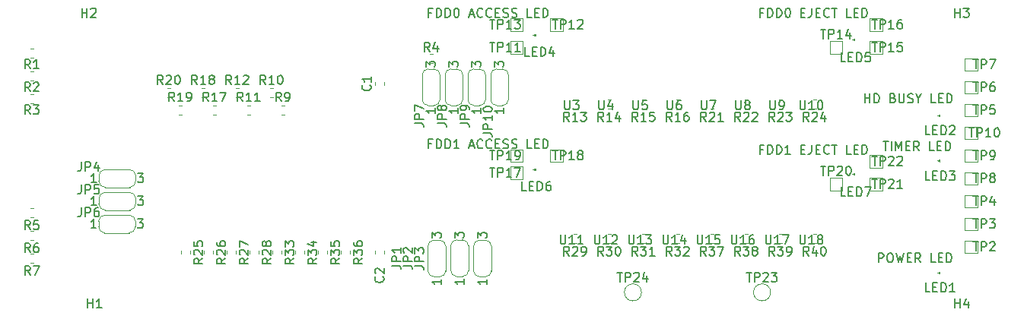
<source format=gto>
G04 #@! TF.GenerationSoftware,KiCad,Pcbnew,(5.1.5-0-10_14)*
G04 #@! TF.CreationDate,2020-08-25T00:06:45+09:00*
G04 #@! TF.ProjectId,FPGA-X68k-ProCaseLED,46504741-2d58-4363-986b-2d50726f4361,rev?*
G04 #@! TF.SameCoordinates,Original*
G04 #@! TF.FileFunction,Legend,Top*
G04 #@! TF.FilePolarity,Positive*
%FSLAX46Y46*%
G04 Gerber Fmt 4.6, Leading zero omitted, Abs format (unit mm)*
G04 Created by KiCad (PCBNEW (5.1.5-0-10_14)) date 2020-08-25 00:06:45*
%MOMM*%
%LPD*%
G04 APERTURE LIST*
%ADD10C,0.120000*%
%ADD11C,0.020000*%
%ADD12C,0.150000*%
G04 APERTURE END LIST*
D10*
X91565000Y-118573733D02*
X91565000Y-118916267D01*
X92585000Y-118573733D02*
X92585000Y-118916267D01*
X53511267Y-118870000D02*
X53168733Y-118870000D01*
X53511267Y-119890000D02*
X53168733Y-119890000D01*
X53511267Y-116330000D02*
X53168733Y-116330000D01*
X53511267Y-117350000D02*
X53168733Y-117350000D01*
X53511267Y-113790000D02*
X53168733Y-113790000D01*
X53511267Y-114810000D02*
X53168733Y-114810000D01*
X105110000Y-102380000D02*
G75*
G02X104410000Y-101680000I0J700000D01*
G01*
X106410000Y-101680000D02*
G75*
G02X105710000Y-102380000I-700000J0D01*
G01*
X105710000Y-98280000D02*
G75*
G02X106410000Y-98980000I0J-700000D01*
G01*
X104410000Y-98980000D02*
G75*
G02X105110000Y-98280000I700000J0D01*
G01*
X104410000Y-101730000D02*
X104410000Y-98930000D01*
X105110000Y-98280000D02*
X105710000Y-98280000D01*
X106410000Y-98930000D02*
X106410000Y-101730000D01*
X105710000Y-102380000D02*
X105110000Y-102380000D01*
X102570000Y-102380000D02*
G75*
G02X101870000Y-101680000I0J700000D01*
G01*
X103870000Y-101680000D02*
G75*
G02X103170000Y-102380000I-700000J0D01*
G01*
X103170000Y-98280000D02*
G75*
G02X103870000Y-98980000I0J-700000D01*
G01*
X101870000Y-98980000D02*
G75*
G02X102570000Y-98280000I700000J0D01*
G01*
X101870000Y-101730000D02*
X101870000Y-98930000D01*
X102570000Y-98280000D02*
X103170000Y-98280000D01*
X103870000Y-98930000D02*
X103870000Y-101730000D01*
X103170000Y-102380000D02*
X102570000Y-102380000D01*
X100030000Y-102380000D02*
G75*
G02X99330000Y-101680000I0J700000D01*
G01*
X101330000Y-101680000D02*
G75*
G02X100630000Y-102380000I-700000J0D01*
G01*
X100630000Y-98280000D02*
G75*
G02X101330000Y-98980000I0J-700000D01*
G01*
X99330000Y-98980000D02*
G75*
G02X100030000Y-98280000I700000J0D01*
G01*
X99330000Y-101730000D02*
X99330000Y-98930000D01*
X100030000Y-98280000D02*
X100630000Y-98280000D01*
X101330000Y-98930000D02*
X101330000Y-101730000D01*
X100630000Y-102380000D02*
X100030000Y-102380000D01*
X97490000Y-102380000D02*
G75*
G02X96790000Y-101680000I0J700000D01*
G01*
X98790000Y-101680000D02*
G75*
G02X98090000Y-102380000I-700000J0D01*
G01*
X98090000Y-98280000D02*
G75*
G02X98790000Y-98980000I0J-700000D01*
G01*
X96790000Y-98980000D02*
G75*
G02X97490000Y-98280000I700000J0D01*
G01*
X96790000Y-101730000D02*
X96790000Y-98930000D01*
X97490000Y-98280000D02*
X98090000Y-98280000D01*
X98790000Y-98930000D02*
X98790000Y-101730000D01*
X98090000Y-102380000D02*
X97490000Y-102380000D01*
X60785000Y-115270000D02*
G75*
G02X61485000Y-114570000I700000J0D01*
G01*
X61485000Y-116570000D02*
G75*
G02X60785000Y-115870000I0J700000D01*
G01*
X64885000Y-115870000D02*
G75*
G02X64185000Y-116570000I-700000J0D01*
G01*
X64185000Y-114570000D02*
G75*
G02X64885000Y-115270000I0J-700000D01*
G01*
X61435000Y-114570000D02*
X64235000Y-114570000D01*
X64885000Y-115270000D02*
X64885000Y-115870000D01*
X64235000Y-116570000D02*
X61435000Y-116570000D01*
X60785000Y-115870000D02*
X60785000Y-115270000D01*
X60815000Y-112730000D02*
G75*
G02X61515000Y-112030000I700000J0D01*
G01*
X61515000Y-114030000D02*
G75*
G02X60815000Y-113330000I0J700000D01*
G01*
X64915000Y-113330000D02*
G75*
G02X64215000Y-114030000I-700000J0D01*
G01*
X64215000Y-112030000D02*
G75*
G02X64915000Y-112730000I0J-700000D01*
G01*
X61465000Y-112030000D02*
X64265000Y-112030000D01*
X64915000Y-112730000D02*
X64915000Y-113330000D01*
X64265000Y-114030000D02*
X61465000Y-114030000D01*
X60815000Y-113330000D02*
X60815000Y-112730000D01*
X60815000Y-110190000D02*
G75*
G02X61515000Y-109490000I700000J0D01*
G01*
X61515000Y-111490000D02*
G75*
G02X60815000Y-110790000I0J700000D01*
G01*
X64915000Y-110790000D02*
G75*
G02X64215000Y-111490000I-700000J0D01*
G01*
X64215000Y-109490000D02*
G75*
G02X64915000Y-110190000I0J-700000D01*
G01*
X61465000Y-109490000D02*
X64265000Y-109490000D01*
X64915000Y-110190000D02*
X64915000Y-110790000D01*
X64265000Y-111490000D02*
X61465000Y-111490000D01*
X60815000Y-110790000D02*
X60815000Y-110190000D01*
X103205000Y-121460000D02*
G75*
G02X102505000Y-120760000I0J700000D01*
G01*
X104505000Y-120760000D02*
G75*
G02X103805000Y-121460000I-700000J0D01*
G01*
X103805000Y-117360000D02*
G75*
G02X104505000Y-118060000I0J-700000D01*
G01*
X102505000Y-118060000D02*
G75*
G02X103205000Y-117360000I700000J0D01*
G01*
X102505000Y-120810000D02*
X102505000Y-118010000D01*
X103205000Y-117360000D02*
X103805000Y-117360000D01*
X104505000Y-118010000D02*
X104505000Y-120810000D01*
X103805000Y-121460000D02*
X103205000Y-121460000D01*
X100665000Y-121430000D02*
G75*
G02X99965000Y-120730000I0J700000D01*
G01*
X101965000Y-120730000D02*
G75*
G02X101265000Y-121430000I-700000J0D01*
G01*
X101265000Y-117330000D02*
G75*
G02X101965000Y-118030000I0J-700000D01*
G01*
X99965000Y-118030000D02*
G75*
G02X100665000Y-117330000I700000J0D01*
G01*
X99965000Y-120780000D02*
X99965000Y-117980000D01*
X100665000Y-117330000D02*
X101265000Y-117330000D01*
X101965000Y-117980000D02*
X101965000Y-120780000D01*
X101265000Y-121430000D02*
X100665000Y-121430000D01*
X98125000Y-121460000D02*
G75*
G02X97425000Y-120760000I0J700000D01*
G01*
X99425000Y-120760000D02*
G75*
G02X98725000Y-121460000I-700000J0D01*
G01*
X98725000Y-117360000D02*
G75*
G02X99425000Y-118060000I0J-700000D01*
G01*
X97425000Y-118060000D02*
G75*
G02X98125000Y-117360000I700000J0D01*
G01*
X97425000Y-120810000D02*
X97425000Y-118010000D01*
X98125000Y-117360000D02*
X98725000Y-117360000D01*
X99425000Y-118010000D02*
X99425000Y-120810000D01*
X98725000Y-121460000D02*
X98125000Y-121460000D01*
X106615000Y-96585000D02*
X106615000Y-95185000D01*
X108015000Y-96585000D02*
X106615000Y-96585000D01*
X108015000Y-95185000D02*
X108015000Y-96585000D01*
X106615000Y-95185000D02*
X108015000Y-95185000D01*
X111060000Y-94045000D02*
X111060000Y-92645000D01*
X112460000Y-94045000D02*
X111060000Y-94045000D01*
X112460000Y-92645000D02*
X112460000Y-94045000D01*
X111060000Y-92645000D02*
X112460000Y-92645000D01*
X106615000Y-94045000D02*
X106615000Y-92645000D01*
X108015000Y-94045000D02*
X106615000Y-94045000D01*
X108015000Y-92645000D02*
X108015000Y-94045000D01*
X106615000Y-92645000D02*
X108015000Y-92645000D01*
X146620000Y-109285000D02*
X146620000Y-107885000D01*
X148020000Y-109285000D02*
X146620000Y-109285000D01*
X148020000Y-107885000D02*
X148020000Y-109285000D01*
X146620000Y-107885000D02*
X148020000Y-107885000D01*
X146620000Y-111825000D02*
X146620000Y-110425000D01*
X148020000Y-111825000D02*
X146620000Y-111825000D01*
X148020000Y-110425000D02*
X148020000Y-111825000D01*
X146620000Y-110425000D02*
X148020000Y-110425000D01*
X142175000Y-111825000D02*
X142175000Y-110425000D01*
X143575000Y-111825000D02*
X142175000Y-111825000D01*
X143575000Y-110425000D02*
X143575000Y-111825000D01*
X142175000Y-110425000D02*
X143575000Y-110425000D01*
X106615000Y-108650000D02*
X106615000Y-107250000D01*
X108015000Y-108650000D02*
X106615000Y-108650000D01*
X108015000Y-107250000D02*
X108015000Y-108650000D01*
X106615000Y-107250000D02*
X108015000Y-107250000D01*
X111060000Y-108650000D02*
X111060000Y-107250000D01*
X112460000Y-108650000D02*
X111060000Y-108650000D01*
X112460000Y-107250000D02*
X112460000Y-108650000D01*
X111060000Y-107250000D02*
X112460000Y-107250000D01*
X106615000Y-110555000D02*
X106615000Y-109155000D01*
X108015000Y-110555000D02*
X106615000Y-110555000D01*
X108015000Y-109155000D02*
X108015000Y-110555000D01*
X106615000Y-109155000D02*
X108015000Y-109155000D01*
X146620000Y-94045000D02*
X146620000Y-92645000D01*
X148020000Y-94045000D02*
X146620000Y-94045000D01*
X148020000Y-92645000D02*
X148020000Y-94045000D01*
X146620000Y-92645000D02*
X148020000Y-92645000D01*
X146620000Y-96585000D02*
X146620000Y-95185000D01*
X148020000Y-96585000D02*
X146620000Y-96585000D01*
X148020000Y-95185000D02*
X148020000Y-96585000D01*
X146620000Y-95185000D02*
X148020000Y-95185000D01*
X142175000Y-96585000D02*
X142175000Y-95185000D01*
X143575000Y-96585000D02*
X142175000Y-96585000D01*
X143575000Y-95185000D02*
X143575000Y-96585000D01*
X142175000Y-95185000D02*
X143575000Y-95185000D01*
X158580000Y-104710000D02*
X158580000Y-106110000D01*
X157180000Y-104710000D02*
X158580000Y-104710000D01*
X157180000Y-106110000D02*
X157180000Y-104710000D01*
X158580000Y-106110000D02*
X157180000Y-106110000D01*
X158580000Y-107250000D02*
X158580000Y-108650000D01*
X157180000Y-107250000D02*
X158580000Y-107250000D01*
X157180000Y-108650000D02*
X157180000Y-107250000D01*
X158580000Y-108650000D02*
X157180000Y-108650000D01*
X158580000Y-109790000D02*
X158580000Y-111190000D01*
X157180000Y-109790000D02*
X158580000Y-109790000D01*
X157180000Y-111190000D02*
X157180000Y-109790000D01*
X158580000Y-111190000D02*
X157180000Y-111190000D01*
X158580000Y-97090000D02*
X158580000Y-98490000D01*
X157180000Y-97090000D02*
X158580000Y-97090000D01*
X157180000Y-98490000D02*
X157180000Y-97090000D01*
X158580000Y-98490000D02*
X157180000Y-98490000D01*
X158580000Y-99630000D02*
X158580000Y-101030000D01*
X157180000Y-99630000D02*
X158580000Y-99630000D01*
X157180000Y-101030000D02*
X157180000Y-99630000D01*
X158580000Y-101030000D02*
X157180000Y-101030000D01*
X158580000Y-102170000D02*
X158580000Y-103570000D01*
X157180000Y-102170000D02*
X158580000Y-102170000D01*
X157180000Y-103570000D02*
X157180000Y-102170000D01*
X158580000Y-103570000D02*
X157180000Y-103570000D01*
X158580000Y-112330000D02*
X158580000Y-113730000D01*
X157180000Y-112330000D02*
X158580000Y-112330000D01*
X157180000Y-113730000D02*
X157180000Y-112330000D01*
X158580000Y-113730000D02*
X157180000Y-113730000D01*
X158580000Y-114870000D02*
X158580000Y-116270000D01*
X157180000Y-114870000D02*
X158580000Y-114870000D01*
X157180000Y-116270000D02*
X157180000Y-114870000D01*
X158580000Y-116270000D02*
X157180000Y-116270000D01*
X158580000Y-117410000D02*
X158580000Y-118810000D01*
X157180000Y-117410000D02*
X158580000Y-117410000D01*
X157180000Y-118810000D02*
X157180000Y-117410000D01*
X158580000Y-118810000D02*
X157180000Y-118810000D01*
X140633267Y-116711000D02*
X140290733Y-116711000D01*
X140633267Y-117731000D02*
X140290733Y-117731000D01*
X136823267Y-116711000D02*
X136480733Y-116711000D01*
X136823267Y-117731000D02*
X136480733Y-117731000D01*
X133013267Y-116711000D02*
X132670733Y-116711000D01*
X133013267Y-117731000D02*
X132670733Y-117731000D01*
X129203267Y-116711000D02*
X128860733Y-116711000D01*
X129203267Y-117731000D02*
X128860733Y-117731000D01*
X87755000Y-118573733D02*
X87755000Y-118916267D01*
X88775000Y-118573733D02*
X88775000Y-118916267D01*
X85215000Y-118573733D02*
X85215000Y-118916267D01*
X86235000Y-118573733D02*
X86235000Y-118916267D01*
X82675000Y-118573733D02*
X82675000Y-118916267D01*
X83695000Y-118573733D02*
X83695000Y-118916267D01*
X80135000Y-118573733D02*
X80135000Y-118916267D01*
X81155000Y-118573733D02*
X81155000Y-118916267D01*
X125393267Y-116711000D02*
X125050733Y-116711000D01*
X125393267Y-117731000D02*
X125050733Y-117731000D01*
X121583267Y-116711000D02*
X121240733Y-116711000D01*
X121583267Y-117731000D02*
X121240733Y-117731000D01*
X117773267Y-116711000D02*
X117430733Y-116711000D01*
X117773267Y-117731000D02*
X117430733Y-117731000D01*
X113963267Y-116711000D02*
X113620733Y-116711000D01*
X113963267Y-117731000D02*
X113620733Y-117731000D01*
X77595000Y-118573733D02*
X77595000Y-118916267D01*
X78615000Y-118573733D02*
X78615000Y-118916267D01*
X75055000Y-118573733D02*
X75055000Y-118916267D01*
X76075000Y-118573733D02*
X76075000Y-118916267D01*
X72515000Y-118573733D02*
X72515000Y-118916267D01*
X73535000Y-118573733D02*
X73535000Y-118916267D01*
X69975000Y-118573733D02*
X69975000Y-118916267D01*
X70995000Y-118573733D02*
X70995000Y-118916267D01*
X140633267Y-101725000D02*
X140290733Y-101725000D01*
X140633267Y-102745000D02*
X140290733Y-102745000D01*
X136823267Y-101725000D02*
X136480733Y-101725000D01*
X136823267Y-102745000D02*
X136480733Y-102745000D01*
X133013267Y-101725000D02*
X132670733Y-101725000D01*
X133013267Y-102745000D02*
X132670733Y-102745000D01*
X129203267Y-101725000D02*
X128860733Y-101725000D01*
X129203267Y-102745000D02*
X128860733Y-102745000D01*
X68408733Y-101475000D02*
X68751267Y-101475000D01*
X68408733Y-100455000D02*
X68751267Y-100455000D01*
X69678733Y-103380000D02*
X70021267Y-103380000D01*
X69678733Y-102360000D02*
X70021267Y-102360000D01*
X72218733Y-101475000D02*
X72561267Y-101475000D01*
X72218733Y-100455000D02*
X72561267Y-100455000D01*
X73488733Y-103380000D02*
X73831267Y-103380000D01*
X73488733Y-102360000D02*
X73831267Y-102360000D01*
X125393267Y-101725000D02*
X125050733Y-101725000D01*
X125393267Y-102745000D02*
X125050733Y-102745000D01*
X121583267Y-101725000D02*
X121240733Y-101725000D01*
X121583267Y-102745000D02*
X121240733Y-102745000D01*
X117773267Y-101725000D02*
X117430733Y-101725000D01*
X117773267Y-102745000D02*
X117430733Y-102745000D01*
X113963267Y-101725000D02*
X113620733Y-101725000D01*
X113963267Y-102745000D02*
X113620733Y-102745000D01*
X76028733Y-101475000D02*
X76371267Y-101475000D01*
X76028733Y-100455000D02*
X76371267Y-100455000D01*
X77298733Y-103380000D02*
X77641267Y-103380000D01*
X77298733Y-102360000D02*
X77641267Y-102360000D01*
X79838733Y-101475000D02*
X80181267Y-101475000D01*
X79838733Y-100455000D02*
X80181267Y-100455000D01*
X81108733Y-103380000D02*
X81451267Y-103380000D01*
X81108733Y-102360000D02*
X81451267Y-102360000D01*
X92585000Y-100106267D02*
X92585000Y-99763733D01*
X91565000Y-100106267D02*
X91565000Y-99763733D01*
X121200000Y-123190000D02*
G75*
G03X121200000Y-123190000I-950000J0D01*
G01*
X135570000Y-123190000D02*
G75*
G03X135570000Y-123190000I-950000J0D01*
G01*
D11*
G36*
X144900000Y-110100000D02*
G01*
X144600000Y-110000000D01*
X144900000Y-109900000D01*
X144900000Y-110100000D01*
G37*
X144900000Y-110100000D02*
X144600000Y-110000000D01*
X144900000Y-109900000D01*
X144900000Y-110100000D01*
G36*
X109400000Y-109600000D02*
G01*
X109100000Y-109500000D01*
X109400000Y-109400000D01*
X109400000Y-109600000D01*
G37*
X109400000Y-109600000D02*
X109100000Y-109500000D01*
X109400000Y-109400000D01*
X109400000Y-109600000D01*
G36*
X144900000Y-95100000D02*
G01*
X144600000Y-95000000D01*
X144900000Y-94900000D01*
X144900000Y-95100000D01*
G37*
X144900000Y-95100000D02*
X144600000Y-95000000D01*
X144900000Y-94900000D01*
X144900000Y-95100000D01*
G36*
X109400000Y-94600000D02*
G01*
X109100000Y-94500000D01*
X109400000Y-94400000D01*
X109400000Y-94600000D01*
G37*
X109400000Y-94600000D02*
X109100000Y-94500000D01*
X109400000Y-94400000D01*
X109400000Y-94600000D01*
G36*
X154400000Y-108600000D02*
G01*
X154100000Y-108500000D01*
X154400000Y-108400000D01*
X154400000Y-108600000D01*
G37*
X154400000Y-108600000D02*
X154100000Y-108500000D01*
X154400000Y-108400000D01*
X154400000Y-108600000D01*
G36*
X154400000Y-103600000D02*
G01*
X154100000Y-103500000D01*
X154400000Y-103400000D01*
X154400000Y-103600000D01*
G37*
X154400000Y-103600000D02*
X154100000Y-103500000D01*
X154400000Y-103400000D01*
X154400000Y-103600000D01*
G36*
X154400000Y-121100000D02*
G01*
X154100000Y-121000000D01*
X154400000Y-120900000D01*
X154400000Y-121100000D01*
G37*
X154400000Y-121100000D02*
X154100000Y-121000000D01*
X154400000Y-120900000D01*
X154400000Y-121100000D01*
D10*
X53511267Y-96010000D02*
X53168733Y-96010000D01*
X53511267Y-97030000D02*
X53168733Y-97030000D01*
X53511267Y-99570000D02*
X53168733Y-99570000D01*
X53511267Y-98550000D02*
X53168733Y-98550000D01*
X53511267Y-101090000D02*
X53168733Y-101090000D01*
X53511267Y-102110000D02*
X53168733Y-102110000D01*
X97961267Y-97665000D02*
X97618733Y-97665000D01*
X97961267Y-96645000D02*
X97618733Y-96645000D01*
D12*
X92432142Y-121451666D02*
X92479761Y-121499285D01*
X92527380Y-121642142D01*
X92527380Y-121737380D01*
X92479761Y-121880238D01*
X92384523Y-121975476D01*
X92289285Y-122023095D01*
X92098809Y-122070714D01*
X91955952Y-122070714D01*
X91765476Y-122023095D01*
X91670238Y-121975476D01*
X91575000Y-121880238D01*
X91527380Y-121737380D01*
X91527380Y-121642142D01*
X91575000Y-121499285D01*
X91622619Y-121451666D01*
X91622619Y-121070714D02*
X91575000Y-121023095D01*
X91527380Y-120927857D01*
X91527380Y-120689761D01*
X91575000Y-120594523D01*
X91622619Y-120546904D01*
X91717857Y-120499285D01*
X91813095Y-120499285D01*
X91955952Y-120546904D01*
X92527380Y-121118333D01*
X92527380Y-120499285D01*
X53173333Y-121262380D02*
X52840000Y-120786190D01*
X52601904Y-121262380D02*
X52601904Y-120262380D01*
X52982857Y-120262380D01*
X53078095Y-120310000D01*
X53125714Y-120357619D01*
X53173333Y-120452857D01*
X53173333Y-120595714D01*
X53125714Y-120690952D01*
X53078095Y-120738571D01*
X52982857Y-120786190D01*
X52601904Y-120786190D01*
X53506666Y-120262380D02*
X54173333Y-120262380D01*
X53744761Y-121262380D01*
X53173333Y-118722380D02*
X52840000Y-118246190D01*
X52601904Y-118722380D02*
X52601904Y-117722380D01*
X52982857Y-117722380D01*
X53078095Y-117770000D01*
X53125714Y-117817619D01*
X53173333Y-117912857D01*
X53173333Y-118055714D01*
X53125714Y-118150952D01*
X53078095Y-118198571D01*
X52982857Y-118246190D01*
X52601904Y-118246190D01*
X54030476Y-117722380D02*
X53840000Y-117722380D01*
X53744761Y-117770000D01*
X53697142Y-117817619D01*
X53601904Y-117960476D01*
X53554285Y-118150952D01*
X53554285Y-118531904D01*
X53601904Y-118627142D01*
X53649523Y-118674761D01*
X53744761Y-118722380D01*
X53935238Y-118722380D01*
X54030476Y-118674761D01*
X54078095Y-118627142D01*
X54125714Y-118531904D01*
X54125714Y-118293809D01*
X54078095Y-118198571D01*
X54030476Y-118150952D01*
X53935238Y-118103333D01*
X53744761Y-118103333D01*
X53649523Y-118150952D01*
X53601904Y-118198571D01*
X53554285Y-118293809D01*
X53173333Y-116182380D02*
X52840000Y-115706190D01*
X52601904Y-116182380D02*
X52601904Y-115182380D01*
X52982857Y-115182380D01*
X53078095Y-115230000D01*
X53125714Y-115277619D01*
X53173333Y-115372857D01*
X53173333Y-115515714D01*
X53125714Y-115610952D01*
X53078095Y-115658571D01*
X52982857Y-115706190D01*
X52601904Y-115706190D01*
X54078095Y-115182380D02*
X53601904Y-115182380D01*
X53554285Y-115658571D01*
X53601904Y-115610952D01*
X53697142Y-115563333D01*
X53935238Y-115563333D01*
X54030476Y-115610952D01*
X54078095Y-115658571D01*
X54125714Y-115753809D01*
X54125714Y-115991904D01*
X54078095Y-116087142D01*
X54030476Y-116134761D01*
X53935238Y-116182380D01*
X53697142Y-116182380D01*
X53601904Y-116134761D01*
X53554285Y-116087142D01*
X103592380Y-105449523D02*
X104306666Y-105449523D01*
X104449523Y-105497142D01*
X104544761Y-105592380D01*
X104592380Y-105735238D01*
X104592380Y-105830476D01*
X104592380Y-104973333D02*
X103592380Y-104973333D01*
X103592380Y-104592380D01*
X103640000Y-104497142D01*
X103687619Y-104449523D01*
X103782857Y-104401904D01*
X103925714Y-104401904D01*
X104020952Y-104449523D01*
X104068571Y-104497142D01*
X104116190Y-104592380D01*
X104116190Y-104973333D01*
X104592380Y-103449523D02*
X104592380Y-104020952D01*
X104592380Y-103735238D02*
X103592380Y-103735238D01*
X103735238Y-103830476D01*
X103830476Y-103925714D01*
X103878095Y-104020952D01*
X103592380Y-102830476D02*
X103592380Y-102735238D01*
X103640000Y-102640000D01*
X103687619Y-102592380D01*
X103782857Y-102544761D01*
X103973333Y-102497142D01*
X104211428Y-102497142D01*
X104401904Y-102544761D01*
X104497142Y-102592380D01*
X104544761Y-102640000D01*
X104592380Y-102735238D01*
X104592380Y-102830476D01*
X104544761Y-102925714D01*
X104497142Y-102973333D01*
X104401904Y-103020952D01*
X104211428Y-103068571D01*
X103973333Y-103068571D01*
X103782857Y-103020952D01*
X103687619Y-102973333D01*
X103640000Y-102925714D01*
X103592380Y-102830476D01*
X105862380Y-102644285D02*
X105862380Y-103215714D01*
X105862380Y-102930000D02*
X104862380Y-102930000D01*
X105005238Y-103025238D01*
X105100476Y-103120476D01*
X105148095Y-103215714D01*
X104862380Y-98063333D02*
X104862380Y-97444285D01*
X105243333Y-97777619D01*
X105243333Y-97634761D01*
X105290952Y-97539523D01*
X105338571Y-97491904D01*
X105433809Y-97444285D01*
X105671904Y-97444285D01*
X105767142Y-97491904D01*
X105814761Y-97539523D01*
X105862380Y-97634761D01*
X105862380Y-97920476D01*
X105814761Y-98015714D01*
X105767142Y-98063333D01*
X101052380Y-104338333D02*
X101766666Y-104338333D01*
X101909523Y-104385952D01*
X102004761Y-104481190D01*
X102052380Y-104624047D01*
X102052380Y-104719285D01*
X102052380Y-103862142D02*
X101052380Y-103862142D01*
X101052380Y-103481190D01*
X101100000Y-103385952D01*
X101147619Y-103338333D01*
X101242857Y-103290714D01*
X101385714Y-103290714D01*
X101480952Y-103338333D01*
X101528571Y-103385952D01*
X101576190Y-103481190D01*
X101576190Y-103862142D01*
X102052380Y-102814523D02*
X102052380Y-102624047D01*
X102004761Y-102528809D01*
X101957142Y-102481190D01*
X101814285Y-102385952D01*
X101623809Y-102338333D01*
X101242857Y-102338333D01*
X101147619Y-102385952D01*
X101100000Y-102433571D01*
X101052380Y-102528809D01*
X101052380Y-102719285D01*
X101100000Y-102814523D01*
X101147619Y-102862142D01*
X101242857Y-102909761D01*
X101480952Y-102909761D01*
X101576190Y-102862142D01*
X101623809Y-102814523D01*
X101671428Y-102719285D01*
X101671428Y-102528809D01*
X101623809Y-102433571D01*
X101576190Y-102385952D01*
X101480952Y-102338333D01*
X103322380Y-102644285D02*
X103322380Y-103215714D01*
X103322380Y-102930000D02*
X102322380Y-102930000D01*
X102465238Y-103025238D01*
X102560476Y-103120476D01*
X102608095Y-103215714D01*
X102322380Y-98063333D02*
X102322380Y-97444285D01*
X102703333Y-97777619D01*
X102703333Y-97634761D01*
X102750952Y-97539523D01*
X102798571Y-97491904D01*
X102893809Y-97444285D01*
X103131904Y-97444285D01*
X103227142Y-97491904D01*
X103274761Y-97539523D01*
X103322380Y-97634761D01*
X103322380Y-97920476D01*
X103274761Y-98015714D01*
X103227142Y-98063333D01*
X98512380Y-104338333D02*
X99226666Y-104338333D01*
X99369523Y-104385952D01*
X99464761Y-104481190D01*
X99512380Y-104624047D01*
X99512380Y-104719285D01*
X99512380Y-103862142D02*
X98512380Y-103862142D01*
X98512380Y-103481190D01*
X98560000Y-103385952D01*
X98607619Y-103338333D01*
X98702857Y-103290714D01*
X98845714Y-103290714D01*
X98940952Y-103338333D01*
X98988571Y-103385952D01*
X99036190Y-103481190D01*
X99036190Y-103862142D01*
X98940952Y-102719285D02*
X98893333Y-102814523D01*
X98845714Y-102862142D01*
X98750476Y-102909761D01*
X98702857Y-102909761D01*
X98607619Y-102862142D01*
X98560000Y-102814523D01*
X98512380Y-102719285D01*
X98512380Y-102528809D01*
X98560000Y-102433571D01*
X98607619Y-102385952D01*
X98702857Y-102338333D01*
X98750476Y-102338333D01*
X98845714Y-102385952D01*
X98893333Y-102433571D01*
X98940952Y-102528809D01*
X98940952Y-102719285D01*
X98988571Y-102814523D01*
X99036190Y-102862142D01*
X99131428Y-102909761D01*
X99321904Y-102909761D01*
X99417142Y-102862142D01*
X99464761Y-102814523D01*
X99512380Y-102719285D01*
X99512380Y-102528809D01*
X99464761Y-102433571D01*
X99417142Y-102385952D01*
X99321904Y-102338333D01*
X99131428Y-102338333D01*
X99036190Y-102385952D01*
X98988571Y-102433571D01*
X98940952Y-102528809D01*
X100782380Y-102644285D02*
X100782380Y-103215714D01*
X100782380Y-102930000D02*
X99782380Y-102930000D01*
X99925238Y-103025238D01*
X100020476Y-103120476D01*
X100068095Y-103215714D01*
X99782380Y-98063333D02*
X99782380Y-97444285D01*
X100163333Y-97777619D01*
X100163333Y-97634761D01*
X100210952Y-97539523D01*
X100258571Y-97491904D01*
X100353809Y-97444285D01*
X100591904Y-97444285D01*
X100687142Y-97491904D01*
X100734761Y-97539523D01*
X100782380Y-97634761D01*
X100782380Y-97920476D01*
X100734761Y-98015714D01*
X100687142Y-98063333D01*
X95972380Y-104338333D02*
X96686666Y-104338333D01*
X96829523Y-104385952D01*
X96924761Y-104481190D01*
X96972380Y-104624047D01*
X96972380Y-104719285D01*
X96972380Y-103862142D02*
X95972380Y-103862142D01*
X95972380Y-103481190D01*
X96020000Y-103385952D01*
X96067619Y-103338333D01*
X96162857Y-103290714D01*
X96305714Y-103290714D01*
X96400952Y-103338333D01*
X96448571Y-103385952D01*
X96496190Y-103481190D01*
X96496190Y-103862142D01*
X95972380Y-102957380D02*
X95972380Y-102290714D01*
X96972380Y-102719285D01*
X98242380Y-102644285D02*
X98242380Y-103215714D01*
X98242380Y-102930000D02*
X97242380Y-102930000D01*
X97385238Y-103025238D01*
X97480476Y-103120476D01*
X97528095Y-103215714D01*
X97242380Y-98063333D02*
X97242380Y-97444285D01*
X97623333Y-97777619D01*
X97623333Y-97634761D01*
X97670952Y-97539523D01*
X97718571Y-97491904D01*
X97813809Y-97444285D01*
X98051904Y-97444285D01*
X98147142Y-97491904D01*
X98194761Y-97539523D01*
X98242380Y-97634761D01*
X98242380Y-97920476D01*
X98194761Y-98015714D01*
X98147142Y-98063333D01*
X58856666Y-113752380D02*
X58856666Y-114466666D01*
X58809047Y-114609523D01*
X58713809Y-114704761D01*
X58570952Y-114752380D01*
X58475714Y-114752380D01*
X59332857Y-114752380D02*
X59332857Y-113752380D01*
X59713809Y-113752380D01*
X59809047Y-113800000D01*
X59856666Y-113847619D01*
X59904285Y-113942857D01*
X59904285Y-114085714D01*
X59856666Y-114180952D01*
X59809047Y-114228571D01*
X59713809Y-114276190D01*
X59332857Y-114276190D01*
X60761428Y-113752380D02*
X60570952Y-113752380D01*
X60475714Y-113800000D01*
X60428095Y-113847619D01*
X60332857Y-113990476D01*
X60285238Y-114180952D01*
X60285238Y-114561904D01*
X60332857Y-114657142D01*
X60380476Y-114704761D01*
X60475714Y-114752380D01*
X60666190Y-114752380D01*
X60761428Y-114704761D01*
X60809047Y-114657142D01*
X60856666Y-114561904D01*
X60856666Y-114323809D01*
X60809047Y-114228571D01*
X60761428Y-114180952D01*
X60666190Y-114133333D01*
X60475714Y-114133333D01*
X60380476Y-114180952D01*
X60332857Y-114228571D01*
X60285238Y-114323809D01*
X60520714Y-116022380D02*
X59949285Y-116022380D01*
X60235000Y-116022380D02*
X60235000Y-115022380D01*
X60139761Y-115165238D01*
X60044523Y-115260476D01*
X59949285Y-115308095D01*
X65101666Y-115022380D02*
X65720714Y-115022380D01*
X65387380Y-115403333D01*
X65530238Y-115403333D01*
X65625476Y-115450952D01*
X65673095Y-115498571D01*
X65720714Y-115593809D01*
X65720714Y-115831904D01*
X65673095Y-115927142D01*
X65625476Y-115974761D01*
X65530238Y-116022380D01*
X65244523Y-116022380D01*
X65149285Y-115974761D01*
X65101666Y-115927142D01*
X58856666Y-111212380D02*
X58856666Y-111926666D01*
X58809047Y-112069523D01*
X58713809Y-112164761D01*
X58570952Y-112212380D01*
X58475714Y-112212380D01*
X59332857Y-112212380D02*
X59332857Y-111212380D01*
X59713809Y-111212380D01*
X59809047Y-111260000D01*
X59856666Y-111307619D01*
X59904285Y-111402857D01*
X59904285Y-111545714D01*
X59856666Y-111640952D01*
X59809047Y-111688571D01*
X59713809Y-111736190D01*
X59332857Y-111736190D01*
X60809047Y-111212380D02*
X60332857Y-111212380D01*
X60285238Y-111688571D01*
X60332857Y-111640952D01*
X60428095Y-111593333D01*
X60666190Y-111593333D01*
X60761428Y-111640952D01*
X60809047Y-111688571D01*
X60856666Y-111783809D01*
X60856666Y-112021904D01*
X60809047Y-112117142D01*
X60761428Y-112164761D01*
X60666190Y-112212380D01*
X60428095Y-112212380D01*
X60332857Y-112164761D01*
X60285238Y-112117142D01*
X60550714Y-113482380D02*
X59979285Y-113482380D01*
X60265000Y-113482380D02*
X60265000Y-112482380D01*
X60169761Y-112625238D01*
X60074523Y-112720476D01*
X59979285Y-112768095D01*
X65131666Y-112482380D02*
X65750714Y-112482380D01*
X65417380Y-112863333D01*
X65560238Y-112863333D01*
X65655476Y-112910952D01*
X65703095Y-112958571D01*
X65750714Y-113053809D01*
X65750714Y-113291904D01*
X65703095Y-113387142D01*
X65655476Y-113434761D01*
X65560238Y-113482380D01*
X65274523Y-113482380D01*
X65179285Y-113434761D01*
X65131666Y-113387142D01*
X58856666Y-108672380D02*
X58856666Y-109386666D01*
X58809047Y-109529523D01*
X58713809Y-109624761D01*
X58570952Y-109672380D01*
X58475714Y-109672380D01*
X59332857Y-109672380D02*
X59332857Y-108672380D01*
X59713809Y-108672380D01*
X59809047Y-108720000D01*
X59856666Y-108767619D01*
X59904285Y-108862857D01*
X59904285Y-109005714D01*
X59856666Y-109100952D01*
X59809047Y-109148571D01*
X59713809Y-109196190D01*
X59332857Y-109196190D01*
X60761428Y-109005714D02*
X60761428Y-109672380D01*
X60523333Y-108624761D02*
X60285238Y-109339047D01*
X60904285Y-109339047D01*
X60550714Y-110942380D02*
X59979285Y-110942380D01*
X60265000Y-110942380D02*
X60265000Y-109942380D01*
X60169761Y-110085238D01*
X60074523Y-110180476D01*
X59979285Y-110228095D01*
X65131666Y-109942380D02*
X65750714Y-109942380D01*
X65417380Y-110323333D01*
X65560238Y-110323333D01*
X65655476Y-110370952D01*
X65703095Y-110418571D01*
X65750714Y-110513809D01*
X65750714Y-110751904D01*
X65703095Y-110847142D01*
X65655476Y-110894761D01*
X65560238Y-110942380D01*
X65274523Y-110942380D01*
X65179285Y-110894761D01*
X65131666Y-110847142D01*
X95972380Y-120243333D02*
X96686666Y-120243333D01*
X96829523Y-120290952D01*
X96924761Y-120386190D01*
X96972380Y-120529047D01*
X96972380Y-120624285D01*
X96972380Y-119767142D02*
X95972380Y-119767142D01*
X95972380Y-119386190D01*
X96020000Y-119290952D01*
X96067619Y-119243333D01*
X96162857Y-119195714D01*
X96305714Y-119195714D01*
X96400952Y-119243333D01*
X96448571Y-119290952D01*
X96496190Y-119386190D01*
X96496190Y-119767142D01*
X95972380Y-118862380D02*
X95972380Y-118243333D01*
X96353333Y-118576666D01*
X96353333Y-118433809D01*
X96400952Y-118338571D01*
X96448571Y-118290952D01*
X96543809Y-118243333D01*
X96781904Y-118243333D01*
X96877142Y-118290952D01*
X96924761Y-118338571D01*
X96972380Y-118433809D01*
X96972380Y-118719523D01*
X96924761Y-118814761D01*
X96877142Y-118862380D01*
X103957380Y-121724285D02*
X103957380Y-122295714D01*
X103957380Y-122010000D02*
X102957380Y-122010000D01*
X103100238Y-122105238D01*
X103195476Y-122200476D01*
X103243095Y-122295714D01*
X102957380Y-117143333D02*
X102957380Y-116524285D01*
X103338333Y-116857619D01*
X103338333Y-116714761D01*
X103385952Y-116619523D01*
X103433571Y-116571904D01*
X103528809Y-116524285D01*
X103766904Y-116524285D01*
X103862142Y-116571904D01*
X103909761Y-116619523D01*
X103957380Y-116714761D01*
X103957380Y-117000476D01*
X103909761Y-117095714D01*
X103862142Y-117143333D01*
X94702380Y-120213333D02*
X95416666Y-120213333D01*
X95559523Y-120260952D01*
X95654761Y-120356190D01*
X95702380Y-120499047D01*
X95702380Y-120594285D01*
X95702380Y-119737142D02*
X94702380Y-119737142D01*
X94702380Y-119356190D01*
X94750000Y-119260952D01*
X94797619Y-119213333D01*
X94892857Y-119165714D01*
X95035714Y-119165714D01*
X95130952Y-119213333D01*
X95178571Y-119260952D01*
X95226190Y-119356190D01*
X95226190Y-119737142D01*
X94797619Y-118784761D02*
X94750000Y-118737142D01*
X94702380Y-118641904D01*
X94702380Y-118403809D01*
X94750000Y-118308571D01*
X94797619Y-118260952D01*
X94892857Y-118213333D01*
X94988095Y-118213333D01*
X95130952Y-118260952D01*
X95702380Y-118832380D01*
X95702380Y-118213333D01*
X101417380Y-121694285D02*
X101417380Y-122265714D01*
X101417380Y-121980000D02*
X100417380Y-121980000D01*
X100560238Y-122075238D01*
X100655476Y-122170476D01*
X100703095Y-122265714D01*
X100417380Y-117113333D02*
X100417380Y-116494285D01*
X100798333Y-116827619D01*
X100798333Y-116684761D01*
X100845952Y-116589523D01*
X100893571Y-116541904D01*
X100988809Y-116494285D01*
X101226904Y-116494285D01*
X101322142Y-116541904D01*
X101369761Y-116589523D01*
X101417380Y-116684761D01*
X101417380Y-116970476D01*
X101369761Y-117065714D01*
X101322142Y-117113333D01*
X93432380Y-120213333D02*
X94146666Y-120213333D01*
X94289523Y-120260952D01*
X94384761Y-120356190D01*
X94432380Y-120499047D01*
X94432380Y-120594285D01*
X94432380Y-119737142D02*
X93432380Y-119737142D01*
X93432380Y-119356190D01*
X93480000Y-119260952D01*
X93527619Y-119213333D01*
X93622857Y-119165714D01*
X93765714Y-119165714D01*
X93860952Y-119213333D01*
X93908571Y-119260952D01*
X93956190Y-119356190D01*
X93956190Y-119737142D01*
X94432380Y-118213333D02*
X94432380Y-118784761D01*
X94432380Y-118499047D02*
X93432380Y-118499047D01*
X93575238Y-118594285D01*
X93670476Y-118689523D01*
X93718095Y-118784761D01*
X98877380Y-121724285D02*
X98877380Y-122295714D01*
X98877380Y-122010000D02*
X97877380Y-122010000D01*
X98020238Y-122105238D01*
X98115476Y-122200476D01*
X98163095Y-122295714D01*
X97877380Y-117143333D02*
X97877380Y-116524285D01*
X98258333Y-116857619D01*
X98258333Y-116714761D01*
X98305952Y-116619523D01*
X98353571Y-116571904D01*
X98448809Y-116524285D01*
X98686904Y-116524285D01*
X98782142Y-116571904D01*
X98829761Y-116619523D01*
X98877380Y-116714761D01*
X98877380Y-117000476D01*
X98829761Y-117095714D01*
X98782142Y-117143333D01*
X124079095Y-101822380D02*
X124079095Y-102631904D01*
X124126714Y-102727142D01*
X124174333Y-102774761D01*
X124269571Y-102822380D01*
X124460047Y-102822380D01*
X124555285Y-102774761D01*
X124602904Y-102727142D01*
X124650523Y-102631904D01*
X124650523Y-101822380D01*
X125555285Y-101822380D02*
X125364809Y-101822380D01*
X125269571Y-101870000D01*
X125221952Y-101917619D01*
X125126714Y-102060476D01*
X125079095Y-102250952D01*
X125079095Y-102631904D01*
X125126714Y-102727142D01*
X125174333Y-102774761D01*
X125269571Y-102822380D01*
X125460047Y-102822380D01*
X125555285Y-102774761D01*
X125602904Y-102727142D01*
X125650523Y-102631904D01*
X125650523Y-102393809D01*
X125602904Y-102298571D01*
X125555285Y-102250952D01*
X125460047Y-102203333D01*
X125269571Y-102203333D01*
X125174333Y-102250952D01*
X125126714Y-102298571D01*
X125079095Y-102393809D01*
X131222904Y-116808380D02*
X131222904Y-117617904D01*
X131270523Y-117713142D01*
X131318142Y-117760761D01*
X131413380Y-117808380D01*
X131603857Y-117808380D01*
X131699095Y-117760761D01*
X131746714Y-117713142D01*
X131794333Y-117617904D01*
X131794333Y-116808380D01*
X132794333Y-117808380D02*
X132222904Y-117808380D01*
X132508619Y-117808380D02*
X132508619Y-116808380D01*
X132413380Y-116951238D01*
X132318142Y-117046476D01*
X132222904Y-117094095D01*
X133651476Y-116808380D02*
X133461000Y-116808380D01*
X133365761Y-116856000D01*
X133318142Y-116903619D01*
X133222904Y-117046476D01*
X133175285Y-117236952D01*
X133175285Y-117617904D01*
X133222904Y-117713142D01*
X133270523Y-117760761D01*
X133365761Y-117808380D01*
X133556238Y-117808380D01*
X133651476Y-117760761D01*
X133699095Y-117713142D01*
X133746714Y-117617904D01*
X133746714Y-117379809D01*
X133699095Y-117284571D01*
X133651476Y-117236952D01*
X133556238Y-117189333D01*
X133365761Y-117189333D01*
X133270523Y-117236952D01*
X133222904Y-117284571D01*
X133175285Y-117379809D01*
X127412904Y-116808380D02*
X127412904Y-117617904D01*
X127460523Y-117713142D01*
X127508142Y-117760761D01*
X127603380Y-117808380D01*
X127793857Y-117808380D01*
X127889095Y-117760761D01*
X127936714Y-117713142D01*
X127984333Y-117617904D01*
X127984333Y-116808380D01*
X128984333Y-117808380D02*
X128412904Y-117808380D01*
X128698619Y-117808380D02*
X128698619Y-116808380D01*
X128603380Y-116951238D01*
X128508142Y-117046476D01*
X128412904Y-117094095D01*
X129889095Y-116808380D02*
X129412904Y-116808380D01*
X129365285Y-117284571D01*
X129412904Y-117236952D01*
X129508142Y-117189333D01*
X129746238Y-117189333D01*
X129841476Y-117236952D01*
X129889095Y-117284571D01*
X129936714Y-117379809D01*
X129936714Y-117617904D01*
X129889095Y-117713142D01*
X129841476Y-117760761D01*
X129746238Y-117808380D01*
X129508142Y-117808380D01*
X129412904Y-117760761D01*
X129365285Y-117713142D01*
X104306904Y-95337380D02*
X104878333Y-95337380D01*
X104592619Y-96337380D02*
X104592619Y-95337380D01*
X105211666Y-96337380D02*
X105211666Y-95337380D01*
X105592619Y-95337380D01*
X105687857Y-95385000D01*
X105735476Y-95432619D01*
X105783095Y-95527857D01*
X105783095Y-95670714D01*
X105735476Y-95765952D01*
X105687857Y-95813571D01*
X105592619Y-95861190D01*
X105211666Y-95861190D01*
X106735476Y-96337380D02*
X106164047Y-96337380D01*
X106449761Y-96337380D02*
X106449761Y-95337380D01*
X106354523Y-95480238D01*
X106259285Y-95575476D01*
X106164047Y-95623095D01*
X107687857Y-96337380D02*
X107116428Y-96337380D01*
X107402142Y-96337380D02*
X107402142Y-95337380D01*
X107306904Y-95480238D01*
X107211666Y-95575476D01*
X107116428Y-95623095D01*
X111291904Y-92797380D02*
X111863333Y-92797380D01*
X111577619Y-93797380D02*
X111577619Y-92797380D01*
X112196666Y-93797380D02*
X112196666Y-92797380D01*
X112577619Y-92797380D01*
X112672857Y-92845000D01*
X112720476Y-92892619D01*
X112768095Y-92987857D01*
X112768095Y-93130714D01*
X112720476Y-93225952D01*
X112672857Y-93273571D01*
X112577619Y-93321190D01*
X112196666Y-93321190D01*
X113720476Y-93797380D02*
X113149047Y-93797380D01*
X113434761Y-93797380D02*
X113434761Y-92797380D01*
X113339523Y-92940238D01*
X113244285Y-93035476D01*
X113149047Y-93083095D01*
X114101428Y-92892619D02*
X114149047Y-92845000D01*
X114244285Y-92797380D01*
X114482380Y-92797380D01*
X114577619Y-92845000D01*
X114625238Y-92892619D01*
X114672857Y-92987857D01*
X114672857Y-93083095D01*
X114625238Y-93225952D01*
X114053809Y-93797380D01*
X114672857Y-93797380D01*
X104306904Y-92797380D02*
X104878333Y-92797380D01*
X104592619Y-93797380D02*
X104592619Y-92797380D01*
X105211666Y-93797380D02*
X105211666Y-92797380D01*
X105592619Y-92797380D01*
X105687857Y-92845000D01*
X105735476Y-92892619D01*
X105783095Y-92987857D01*
X105783095Y-93130714D01*
X105735476Y-93225952D01*
X105687857Y-93273571D01*
X105592619Y-93321190D01*
X105211666Y-93321190D01*
X106735476Y-93797380D02*
X106164047Y-93797380D01*
X106449761Y-93797380D02*
X106449761Y-92797380D01*
X106354523Y-92940238D01*
X106259285Y-93035476D01*
X106164047Y-93083095D01*
X107068809Y-92797380D02*
X107687857Y-92797380D01*
X107354523Y-93178333D01*
X107497380Y-93178333D01*
X107592619Y-93225952D01*
X107640238Y-93273571D01*
X107687857Y-93368809D01*
X107687857Y-93606904D01*
X107640238Y-93702142D01*
X107592619Y-93749761D01*
X107497380Y-93797380D01*
X107211666Y-93797380D01*
X107116428Y-93749761D01*
X107068809Y-93702142D01*
X146851904Y-108037380D02*
X147423333Y-108037380D01*
X147137619Y-109037380D02*
X147137619Y-108037380D01*
X147756666Y-109037380D02*
X147756666Y-108037380D01*
X148137619Y-108037380D01*
X148232857Y-108085000D01*
X148280476Y-108132619D01*
X148328095Y-108227857D01*
X148328095Y-108370714D01*
X148280476Y-108465952D01*
X148232857Y-108513571D01*
X148137619Y-108561190D01*
X147756666Y-108561190D01*
X148709047Y-108132619D02*
X148756666Y-108085000D01*
X148851904Y-108037380D01*
X149090000Y-108037380D01*
X149185238Y-108085000D01*
X149232857Y-108132619D01*
X149280476Y-108227857D01*
X149280476Y-108323095D01*
X149232857Y-108465952D01*
X148661428Y-109037380D01*
X149280476Y-109037380D01*
X149661428Y-108132619D02*
X149709047Y-108085000D01*
X149804285Y-108037380D01*
X150042380Y-108037380D01*
X150137619Y-108085000D01*
X150185238Y-108132619D01*
X150232857Y-108227857D01*
X150232857Y-108323095D01*
X150185238Y-108465952D01*
X149613809Y-109037380D01*
X150232857Y-109037380D01*
X146851904Y-110577380D02*
X147423333Y-110577380D01*
X147137619Y-111577380D02*
X147137619Y-110577380D01*
X147756666Y-111577380D02*
X147756666Y-110577380D01*
X148137619Y-110577380D01*
X148232857Y-110625000D01*
X148280476Y-110672619D01*
X148328095Y-110767857D01*
X148328095Y-110910714D01*
X148280476Y-111005952D01*
X148232857Y-111053571D01*
X148137619Y-111101190D01*
X147756666Y-111101190D01*
X148709047Y-110672619D02*
X148756666Y-110625000D01*
X148851904Y-110577380D01*
X149090000Y-110577380D01*
X149185238Y-110625000D01*
X149232857Y-110672619D01*
X149280476Y-110767857D01*
X149280476Y-110863095D01*
X149232857Y-111005952D01*
X148661428Y-111577380D01*
X149280476Y-111577380D01*
X150232857Y-111577380D02*
X149661428Y-111577380D01*
X149947142Y-111577380D02*
X149947142Y-110577380D01*
X149851904Y-110720238D01*
X149756666Y-110815476D01*
X149661428Y-110863095D01*
X141136904Y-109129380D02*
X141708333Y-109129380D01*
X141422619Y-110129380D02*
X141422619Y-109129380D01*
X142041666Y-110129380D02*
X142041666Y-109129380D01*
X142422619Y-109129380D01*
X142517857Y-109177000D01*
X142565476Y-109224619D01*
X142613095Y-109319857D01*
X142613095Y-109462714D01*
X142565476Y-109557952D01*
X142517857Y-109605571D01*
X142422619Y-109653190D01*
X142041666Y-109653190D01*
X142994047Y-109224619D02*
X143041666Y-109177000D01*
X143136904Y-109129380D01*
X143375000Y-109129380D01*
X143470238Y-109177000D01*
X143517857Y-109224619D01*
X143565476Y-109319857D01*
X143565476Y-109415095D01*
X143517857Y-109557952D01*
X142946428Y-110129380D01*
X143565476Y-110129380D01*
X144184523Y-109129380D02*
X144279761Y-109129380D01*
X144375000Y-109177000D01*
X144422619Y-109224619D01*
X144470238Y-109319857D01*
X144517857Y-109510333D01*
X144517857Y-109748428D01*
X144470238Y-109938904D01*
X144422619Y-110034142D01*
X144375000Y-110081761D01*
X144279761Y-110129380D01*
X144184523Y-110129380D01*
X144089285Y-110081761D01*
X144041666Y-110034142D01*
X143994047Y-109938904D01*
X143946428Y-109748428D01*
X143946428Y-109510333D01*
X143994047Y-109319857D01*
X144041666Y-109224619D01*
X144089285Y-109177000D01*
X144184523Y-109129380D01*
X104306904Y-107402380D02*
X104878333Y-107402380D01*
X104592619Y-108402380D02*
X104592619Y-107402380D01*
X105211666Y-108402380D02*
X105211666Y-107402380D01*
X105592619Y-107402380D01*
X105687857Y-107450000D01*
X105735476Y-107497619D01*
X105783095Y-107592857D01*
X105783095Y-107735714D01*
X105735476Y-107830952D01*
X105687857Y-107878571D01*
X105592619Y-107926190D01*
X105211666Y-107926190D01*
X106735476Y-108402380D02*
X106164047Y-108402380D01*
X106449761Y-108402380D02*
X106449761Y-107402380D01*
X106354523Y-107545238D01*
X106259285Y-107640476D01*
X106164047Y-107688095D01*
X107211666Y-108402380D02*
X107402142Y-108402380D01*
X107497380Y-108354761D01*
X107545000Y-108307142D01*
X107640238Y-108164285D01*
X107687857Y-107973809D01*
X107687857Y-107592857D01*
X107640238Y-107497619D01*
X107592619Y-107450000D01*
X107497380Y-107402380D01*
X107306904Y-107402380D01*
X107211666Y-107450000D01*
X107164047Y-107497619D01*
X107116428Y-107592857D01*
X107116428Y-107830952D01*
X107164047Y-107926190D01*
X107211666Y-107973809D01*
X107306904Y-108021428D01*
X107497380Y-108021428D01*
X107592619Y-107973809D01*
X107640238Y-107926190D01*
X107687857Y-107830952D01*
X111291904Y-107402380D02*
X111863333Y-107402380D01*
X111577619Y-108402380D02*
X111577619Y-107402380D01*
X112196666Y-108402380D02*
X112196666Y-107402380D01*
X112577619Y-107402380D01*
X112672857Y-107450000D01*
X112720476Y-107497619D01*
X112768095Y-107592857D01*
X112768095Y-107735714D01*
X112720476Y-107830952D01*
X112672857Y-107878571D01*
X112577619Y-107926190D01*
X112196666Y-107926190D01*
X113720476Y-108402380D02*
X113149047Y-108402380D01*
X113434761Y-108402380D02*
X113434761Y-107402380D01*
X113339523Y-107545238D01*
X113244285Y-107640476D01*
X113149047Y-107688095D01*
X114291904Y-107830952D02*
X114196666Y-107783333D01*
X114149047Y-107735714D01*
X114101428Y-107640476D01*
X114101428Y-107592857D01*
X114149047Y-107497619D01*
X114196666Y-107450000D01*
X114291904Y-107402380D01*
X114482380Y-107402380D01*
X114577619Y-107450000D01*
X114625238Y-107497619D01*
X114672857Y-107592857D01*
X114672857Y-107640476D01*
X114625238Y-107735714D01*
X114577619Y-107783333D01*
X114482380Y-107830952D01*
X114291904Y-107830952D01*
X114196666Y-107878571D01*
X114149047Y-107926190D01*
X114101428Y-108021428D01*
X114101428Y-108211904D01*
X114149047Y-108307142D01*
X114196666Y-108354761D01*
X114291904Y-108402380D01*
X114482380Y-108402380D01*
X114577619Y-108354761D01*
X114625238Y-108307142D01*
X114672857Y-108211904D01*
X114672857Y-108021428D01*
X114625238Y-107926190D01*
X114577619Y-107878571D01*
X114482380Y-107830952D01*
X104306904Y-109307380D02*
X104878333Y-109307380D01*
X104592619Y-110307380D02*
X104592619Y-109307380D01*
X105211666Y-110307380D02*
X105211666Y-109307380D01*
X105592619Y-109307380D01*
X105687857Y-109355000D01*
X105735476Y-109402619D01*
X105783095Y-109497857D01*
X105783095Y-109640714D01*
X105735476Y-109735952D01*
X105687857Y-109783571D01*
X105592619Y-109831190D01*
X105211666Y-109831190D01*
X106735476Y-110307380D02*
X106164047Y-110307380D01*
X106449761Y-110307380D02*
X106449761Y-109307380D01*
X106354523Y-109450238D01*
X106259285Y-109545476D01*
X106164047Y-109593095D01*
X107068809Y-109307380D02*
X107735476Y-109307380D01*
X107306904Y-110307380D01*
X146851904Y-92797380D02*
X147423333Y-92797380D01*
X147137619Y-93797380D02*
X147137619Y-92797380D01*
X147756666Y-93797380D02*
X147756666Y-92797380D01*
X148137619Y-92797380D01*
X148232857Y-92845000D01*
X148280476Y-92892619D01*
X148328095Y-92987857D01*
X148328095Y-93130714D01*
X148280476Y-93225952D01*
X148232857Y-93273571D01*
X148137619Y-93321190D01*
X147756666Y-93321190D01*
X149280476Y-93797380D02*
X148709047Y-93797380D01*
X148994761Y-93797380D02*
X148994761Y-92797380D01*
X148899523Y-92940238D01*
X148804285Y-93035476D01*
X148709047Y-93083095D01*
X150137619Y-92797380D02*
X149947142Y-92797380D01*
X149851904Y-92845000D01*
X149804285Y-92892619D01*
X149709047Y-93035476D01*
X149661428Y-93225952D01*
X149661428Y-93606904D01*
X149709047Y-93702142D01*
X149756666Y-93749761D01*
X149851904Y-93797380D01*
X150042380Y-93797380D01*
X150137619Y-93749761D01*
X150185238Y-93702142D01*
X150232857Y-93606904D01*
X150232857Y-93368809D01*
X150185238Y-93273571D01*
X150137619Y-93225952D01*
X150042380Y-93178333D01*
X149851904Y-93178333D01*
X149756666Y-93225952D01*
X149709047Y-93273571D01*
X149661428Y-93368809D01*
X146851904Y-95337380D02*
X147423333Y-95337380D01*
X147137619Y-96337380D02*
X147137619Y-95337380D01*
X147756666Y-96337380D02*
X147756666Y-95337380D01*
X148137619Y-95337380D01*
X148232857Y-95385000D01*
X148280476Y-95432619D01*
X148328095Y-95527857D01*
X148328095Y-95670714D01*
X148280476Y-95765952D01*
X148232857Y-95813571D01*
X148137619Y-95861190D01*
X147756666Y-95861190D01*
X149280476Y-96337380D02*
X148709047Y-96337380D01*
X148994761Y-96337380D02*
X148994761Y-95337380D01*
X148899523Y-95480238D01*
X148804285Y-95575476D01*
X148709047Y-95623095D01*
X150185238Y-95337380D02*
X149709047Y-95337380D01*
X149661428Y-95813571D01*
X149709047Y-95765952D01*
X149804285Y-95718333D01*
X150042380Y-95718333D01*
X150137619Y-95765952D01*
X150185238Y-95813571D01*
X150232857Y-95908809D01*
X150232857Y-96146904D01*
X150185238Y-96242142D01*
X150137619Y-96289761D01*
X150042380Y-96337380D01*
X149804285Y-96337380D01*
X149709047Y-96289761D01*
X149661428Y-96242142D01*
X141136904Y-93889380D02*
X141708333Y-93889380D01*
X141422619Y-94889380D02*
X141422619Y-93889380D01*
X142041666Y-94889380D02*
X142041666Y-93889380D01*
X142422619Y-93889380D01*
X142517857Y-93937000D01*
X142565476Y-93984619D01*
X142613095Y-94079857D01*
X142613095Y-94222714D01*
X142565476Y-94317952D01*
X142517857Y-94365571D01*
X142422619Y-94413190D01*
X142041666Y-94413190D01*
X143565476Y-94889380D02*
X142994047Y-94889380D01*
X143279761Y-94889380D02*
X143279761Y-93889380D01*
X143184523Y-94032238D01*
X143089285Y-94127476D01*
X142994047Y-94175095D01*
X144422619Y-94222714D02*
X144422619Y-94889380D01*
X144184523Y-93841761D02*
X143946428Y-94556047D01*
X144565476Y-94556047D01*
X157646904Y-104862380D02*
X158218333Y-104862380D01*
X157932619Y-105862380D02*
X157932619Y-104862380D01*
X158551666Y-105862380D02*
X158551666Y-104862380D01*
X158932619Y-104862380D01*
X159027857Y-104910000D01*
X159075476Y-104957619D01*
X159123095Y-105052857D01*
X159123095Y-105195714D01*
X159075476Y-105290952D01*
X159027857Y-105338571D01*
X158932619Y-105386190D01*
X158551666Y-105386190D01*
X160075476Y-105862380D02*
X159504047Y-105862380D01*
X159789761Y-105862380D02*
X159789761Y-104862380D01*
X159694523Y-105005238D01*
X159599285Y-105100476D01*
X159504047Y-105148095D01*
X160694523Y-104862380D02*
X160789761Y-104862380D01*
X160885000Y-104910000D01*
X160932619Y-104957619D01*
X160980238Y-105052857D01*
X161027857Y-105243333D01*
X161027857Y-105481428D01*
X160980238Y-105671904D01*
X160932619Y-105767142D01*
X160885000Y-105814761D01*
X160789761Y-105862380D01*
X160694523Y-105862380D01*
X160599285Y-105814761D01*
X160551666Y-105767142D01*
X160504047Y-105671904D01*
X160456428Y-105481428D01*
X160456428Y-105243333D01*
X160504047Y-105052857D01*
X160551666Y-104957619D01*
X160599285Y-104910000D01*
X160694523Y-104862380D01*
X158123095Y-107402380D02*
X158694523Y-107402380D01*
X158408809Y-108402380D02*
X158408809Y-107402380D01*
X159027857Y-108402380D02*
X159027857Y-107402380D01*
X159408809Y-107402380D01*
X159504047Y-107450000D01*
X159551666Y-107497619D01*
X159599285Y-107592857D01*
X159599285Y-107735714D01*
X159551666Y-107830952D01*
X159504047Y-107878571D01*
X159408809Y-107926190D01*
X159027857Y-107926190D01*
X160075476Y-108402380D02*
X160265952Y-108402380D01*
X160361190Y-108354761D01*
X160408809Y-108307142D01*
X160504047Y-108164285D01*
X160551666Y-107973809D01*
X160551666Y-107592857D01*
X160504047Y-107497619D01*
X160456428Y-107450000D01*
X160361190Y-107402380D01*
X160170714Y-107402380D01*
X160075476Y-107450000D01*
X160027857Y-107497619D01*
X159980238Y-107592857D01*
X159980238Y-107830952D01*
X160027857Y-107926190D01*
X160075476Y-107973809D01*
X160170714Y-108021428D01*
X160361190Y-108021428D01*
X160456428Y-107973809D01*
X160504047Y-107926190D01*
X160551666Y-107830952D01*
X158123095Y-109942380D02*
X158694523Y-109942380D01*
X158408809Y-110942380D02*
X158408809Y-109942380D01*
X159027857Y-110942380D02*
X159027857Y-109942380D01*
X159408809Y-109942380D01*
X159504047Y-109990000D01*
X159551666Y-110037619D01*
X159599285Y-110132857D01*
X159599285Y-110275714D01*
X159551666Y-110370952D01*
X159504047Y-110418571D01*
X159408809Y-110466190D01*
X159027857Y-110466190D01*
X160170714Y-110370952D02*
X160075476Y-110323333D01*
X160027857Y-110275714D01*
X159980238Y-110180476D01*
X159980238Y-110132857D01*
X160027857Y-110037619D01*
X160075476Y-109990000D01*
X160170714Y-109942380D01*
X160361190Y-109942380D01*
X160456428Y-109990000D01*
X160504047Y-110037619D01*
X160551666Y-110132857D01*
X160551666Y-110180476D01*
X160504047Y-110275714D01*
X160456428Y-110323333D01*
X160361190Y-110370952D01*
X160170714Y-110370952D01*
X160075476Y-110418571D01*
X160027857Y-110466190D01*
X159980238Y-110561428D01*
X159980238Y-110751904D01*
X160027857Y-110847142D01*
X160075476Y-110894761D01*
X160170714Y-110942380D01*
X160361190Y-110942380D01*
X160456428Y-110894761D01*
X160504047Y-110847142D01*
X160551666Y-110751904D01*
X160551666Y-110561428D01*
X160504047Y-110466190D01*
X160456428Y-110418571D01*
X160361190Y-110370952D01*
X158123095Y-97242380D02*
X158694523Y-97242380D01*
X158408809Y-98242380D02*
X158408809Y-97242380D01*
X159027857Y-98242380D02*
X159027857Y-97242380D01*
X159408809Y-97242380D01*
X159504047Y-97290000D01*
X159551666Y-97337619D01*
X159599285Y-97432857D01*
X159599285Y-97575714D01*
X159551666Y-97670952D01*
X159504047Y-97718571D01*
X159408809Y-97766190D01*
X159027857Y-97766190D01*
X159932619Y-97242380D02*
X160599285Y-97242380D01*
X160170714Y-98242380D01*
X158123095Y-99782380D02*
X158694523Y-99782380D01*
X158408809Y-100782380D02*
X158408809Y-99782380D01*
X159027857Y-100782380D02*
X159027857Y-99782380D01*
X159408809Y-99782380D01*
X159504047Y-99830000D01*
X159551666Y-99877619D01*
X159599285Y-99972857D01*
X159599285Y-100115714D01*
X159551666Y-100210952D01*
X159504047Y-100258571D01*
X159408809Y-100306190D01*
X159027857Y-100306190D01*
X160456428Y-99782380D02*
X160265952Y-99782380D01*
X160170714Y-99830000D01*
X160123095Y-99877619D01*
X160027857Y-100020476D01*
X159980238Y-100210952D01*
X159980238Y-100591904D01*
X160027857Y-100687142D01*
X160075476Y-100734761D01*
X160170714Y-100782380D01*
X160361190Y-100782380D01*
X160456428Y-100734761D01*
X160504047Y-100687142D01*
X160551666Y-100591904D01*
X160551666Y-100353809D01*
X160504047Y-100258571D01*
X160456428Y-100210952D01*
X160361190Y-100163333D01*
X160170714Y-100163333D01*
X160075476Y-100210952D01*
X160027857Y-100258571D01*
X159980238Y-100353809D01*
X158123095Y-102322380D02*
X158694523Y-102322380D01*
X158408809Y-103322380D02*
X158408809Y-102322380D01*
X159027857Y-103322380D02*
X159027857Y-102322380D01*
X159408809Y-102322380D01*
X159504047Y-102370000D01*
X159551666Y-102417619D01*
X159599285Y-102512857D01*
X159599285Y-102655714D01*
X159551666Y-102750952D01*
X159504047Y-102798571D01*
X159408809Y-102846190D01*
X159027857Y-102846190D01*
X160504047Y-102322380D02*
X160027857Y-102322380D01*
X159980238Y-102798571D01*
X160027857Y-102750952D01*
X160123095Y-102703333D01*
X160361190Y-102703333D01*
X160456428Y-102750952D01*
X160504047Y-102798571D01*
X160551666Y-102893809D01*
X160551666Y-103131904D01*
X160504047Y-103227142D01*
X160456428Y-103274761D01*
X160361190Y-103322380D01*
X160123095Y-103322380D01*
X160027857Y-103274761D01*
X159980238Y-103227142D01*
X158123095Y-112482380D02*
X158694523Y-112482380D01*
X158408809Y-113482380D02*
X158408809Y-112482380D01*
X159027857Y-113482380D02*
X159027857Y-112482380D01*
X159408809Y-112482380D01*
X159504047Y-112530000D01*
X159551666Y-112577619D01*
X159599285Y-112672857D01*
X159599285Y-112815714D01*
X159551666Y-112910952D01*
X159504047Y-112958571D01*
X159408809Y-113006190D01*
X159027857Y-113006190D01*
X160456428Y-112815714D02*
X160456428Y-113482380D01*
X160218333Y-112434761D02*
X159980238Y-113149047D01*
X160599285Y-113149047D01*
X158123095Y-115022380D02*
X158694523Y-115022380D01*
X158408809Y-116022380D02*
X158408809Y-115022380D01*
X159027857Y-116022380D02*
X159027857Y-115022380D01*
X159408809Y-115022380D01*
X159504047Y-115070000D01*
X159551666Y-115117619D01*
X159599285Y-115212857D01*
X159599285Y-115355714D01*
X159551666Y-115450952D01*
X159504047Y-115498571D01*
X159408809Y-115546190D01*
X159027857Y-115546190D01*
X159932619Y-115022380D02*
X160551666Y-115022380D01*
X160218333Y-115403333D01*
X160361190Y-115403333D01*
X160456428Y-115450952D01*
X160504047Y-115498571D01*
X160551666Y-115593809D01*
X160551666Y-115831904D01*
X160504047Y-115927142D01*
X160456428Y-115974761D01*
X160361190Y-116022380D01*
X160075476Y-116022380D01*
X159980238Y-115974761D01*
X159932619Y-115927142D01*
X158123095Y-117562380D02*
X158694523Y-117562380D01*
X158408809Y-118562380D02*
X158408809Y-117562380D01*
X159027857Y-118562380D02*
X159027857Y-117562380D01*
X159408809Y-117562380D01*
X159504047Y-117610000D01*
X159551666Y-117657619D01*
X159599285Y-117752857D01*
X159599285Y-117895714D01*
X159551666Y-117990952D01*
X159504047Y-118038571D01*
X159408809Y-118086190D01*
X159027857Y-118086190D01*
X159980238Y-117657619D02*
X160027857Y-117610000D01*
X160123095Y-117562380D01*
X160361190Y-117562380D01*
X160456428Y-117610000D01*
X160504047Y-117657619D01*
X160551666Y-117752857D01*
X160551666Y-117848095D01*
X160504047Y-117990952D01*
X159932619Y-118562380D01*
X160551666Y-118562380D01*
X138842904Y-116808380D02*
X138842904Y-117617904D01*
X138890523Y-117713142D01*
X138938142Y-117760761D01*
X139033380Y-117808380D01*
X139223857Y-117808380D01*
X139319095Y-117760761D01*
X139366714Y-117713142D01*
X139414333Y-117617904D01*
X139414333Y-116808380D01*
X140414333Y-117808380D02*
X139842904Y-117808380D01*
X140128619Y-117808380D02*
X140128619Y-116808380D01*
X140033380Y-116951238D01*
X139938142Y-117046476D01*
X139842904Y-117094095D01*
X140985761Y-117236952D02*
X140890523Y-117189333D01*
X140842904Y-117141714D01*
X140795285Y-117046476D01*
X140795285Y-116998857D01*
X140842904Y-116903619D01*
X140890523Y-116856000D01*
X140985761Y-116808380D01*
X141176238Y-116808380D01*
X141271476Y-116856000D01*
X141319095Y-116903619D01*
X141366714Y-116998857D01*
X141366714Y-117046476D01*
X141319095Y-117141714D01*
X141271476Y-117189333D01*
X141176238Y-117236952D01*
X140985761Y-117236952D01*
X140890523Y-117284571D01*
X140842904Y-117332190D01*
X140795285Y-117427428D01*
X140795285Y-117617904D01*
X140842904Y-117713142D01*
X140890523Y-117760761D01*
X140985761Y-117808380D01*
X141176238Y-117808380D01*
X141271476Y-117760761D01*
X141319095Y-117713142D01*
X141366714Y-117617904D01*
X141366714Y-117427428D01*
X141319095Y-117332190D01*
X141271476Y-117284571D01*
X141176238Y-117236952D01*
X135032904Y-116808380D02*
X135032904Y-117617904D01*
X135080523Y-117713142D01*
X135128142Y-117760761D01*
X135223380Y-117808380D01*
X135413857Y-117808380D01*
X135509095Y-117760761D01*
X135556714Y-117713142D01*
X135604333Y-117617904D01*
X135604333Y-116808380D01*
X136604333Y-117808380D02*
X136032904Y-117808380D01*
X136318619Y-117808380D02*
X136318619Y-116808380D01*
X136223380Y-116951238D01*
X136128142Y-117046476D01*
X136032904Y-117094095D01*
X136937666Y-116808380D02*
X137604333Y-116808380D01*
X137175761Y-117808380D01*
X123602904Y-116808380D02*
X123602904Y-117617904D01*
X123650523Y-117713142D01*
X123698142Y-117760761D01*
X123793380Y-117808380D01*
X123983857Y-117808380D01*
X124079095Y-117760761D01*
X124126714Y-117713142D01*
X124174333Y-117617904D01*
X124174333Y-116808380D01*
X125174333Y-117808380D02*
X124602904Y-117808380D01*
X124888619Y-117808380D02*
X124888619Y-116808380D01*
X124793380Y-116951238D01*
X124698142Y-117046476D01*
X124602904Y-117094095D01*
X126031476Y-117141714D02*
X126031476Y-117808380D01*
X125793380Y-116760761D02*
X125555285Y-117475047D01*
X126174333Y-117475047D01*
X119792904Y-116808380D02*
X119792904Y-117617904D01*
X119840523Y-117713142D01*
X119888142Y-117760761D01*
X119983380Y-117808380D01*
X120173857Y-117808380D01*
X120269095Y-117760761D01*
X120316714Y-117713142D01*
X120364333Y-117617904D01*
X120364333Y-116808380D01*
X121364333Y-117808380D02*
X120792904Y-117808380D01*
X121078619Y-117808380D02*
X121078619Y-116808380D01*
X120983380Y-116951238D01*
X120888142Y-117046476D01*
X120792904Y-117094095D01*
X121697666Y-116808380D02*
X122316714Y-116808380D01*
X121983380Y-117189333D01*
X122126238Y-117189333D01*
X122221476Y-117236952D01*
X122269095Y-117284571D01*
X122316714Y-117379809D01*
X122316714Y-117617904D01*
X122269095Y-117713142D01*
X122221476Y-117760761D01*
X122126238Y-117808380D01*
X121840523Y-117808380D01*
X121745285Y-117760761D01*
X121697666Y-117713142D01*
X115982904Y-116808380D02*
X115982904Y-117617904D01*
X116030523Y-117713142D01*
X116078142Y-117760761D01*
X116173380Y-117808380D01*
X116363857Y-117808380D01*
X116459095Y-117760761D01*
X116506714Y-117713142D01*
X116554333Y-117617904D01*
X116554333Y-116808380D01*
X117554333Y-117808380D02*
X116982904Y-117808380D01*
X117268619Y-117808380D02*
X117268619Y-116808380D01*
X117173380Y-116951238D01*
X117078142Y-117046476D01*
X116982904Y-117094095D01*
X117935285Y-116903619D02*
X117982904Y-116856000D01*
X118078142Y-116808380D01*
X118316238Y-116808380D01*
X118411476Y-116856000D01*
X118459095Y-116903619D01*
X118506714Y-116998857D01*
X118506714Y-117094095D01*
X118459095Y-117236952D01*
X117887666Y-117808380D01*
X118506714Y-117808380D01*
X112172904Y-116808380D02*
X112172904Y-117617904D01*
X112220523Y-117713142D01*
X112268142Y-117760761D01*
X112363380Y-117808380D01*
X112553857Y-117808380D01*
X112649095Y-117760761D01*
X112696714Y-117713142D01*
X112744333Y-117617904D01*
X112744333Y-116808380D01*
X113744333Y-117808380D02*
X113172904Y-117808380D01*
X113458619Y-117808380D02*
X113458619Y-116808380D01*
X113363380Y-116951238D01*
X113268142Y-117046476D01*
X113172904Y-117094095D01*
X114696714Y-117808380D02*
X114125285Y-117808380D01*
X114411000Y-117808380D02*
X114411000Y-116808380D01*
X114315761Y-116951238D01*
X114220523Y-117046476D01*
X114125285Y-117094095D01*
X138842904Y-101822380D02*
X138842904Y-102631904D01*
X138890523Y-102727142D01*
X138938142Y-102774761D01*
X139033380Y-102822380D01*
X139223857Y-102822380D01*
X139319095Y-102774761D01*
X139366714Y-102727142D01*
X139414333Y-102631904D01*
X139414333Y-101822380D01*
X140414333Y-102822380D02*
X139842904Y-102822380D01*
X140128619Y-102822380D02*
X140128619Y-101822380D01*
X140033380Y-101965238D01*
X139938142Y-102060476D01*
X139842904Y-102108095D01*
X141033380Y-101822380D02*
X141128619Y-101822380D01*
X141223857Y-101870000D01*
X141271476Y-101917619D01*
X141319095Y-102012857D01*
X141366714Y-102203333D01*
X141366714Y-102441428D01*
X141319095Y-102631904D01*
X141271476Y-102727142D01*
X141223857Y-102774761D01*
X141128619Y-102822380D01*
X141033380Y-102822380D01*
X140938142Y-102774761D01*
X140890523Y-102727142D01*
X140842904Y-102631904D01*
X140795285Y-102441428D01*
X140795285Y-102203333D01*
X140842904Y-102012857D01*
X140890523Y-101917619D01*
X140938142Y-101870000D01*
X141033380Y-101822380D01*
X135509095Y-101822380D02*
X135509095Y-102631904D01*
X135556714Y-102727142D01*
X135604333Y-102774761D01*
X135699571Y-102822380D01*
X135890047Y-102822380D01*
X135985285Y-102774761D01*
X136032904Y-102727142D01*
X136080523Y-102631904D01*
X136080523Y-101822380D01*
X136604333Y-102822380D02*
X136794809Y-102822380D01*
X136890047Y-102774761D01*
X136937666Y-102727142D01*
X137032904Y-102584285D01*
X137080523Y-102393809D01*
X137080523Y-102012857D01*
X137032904Y-101917619D01*
X136985285Y-101870000D01*
X136890047Y-101822380D01*
X136699571Y-101822380D01*
X136604333Y-101870000D01*
X136556714Y-101917619D01*
X136509095Y-102012857D01*
X136509095Y-102250952D01*
X136556714Y-102346190D01*
X136604333Y-102393809D01*
X136699571Y-102441428D01*
X136890047Y-102441428D01*
X136985285Y-102393809D01*
X137032904Y-102346190D01*
X137080523Y-102250952D01*
X131699095Y-101822380D02*
X131699095Y-102631904D01*
X131746714Y-102727142D01*
X131794333Y-102774761D01*
X131889571Y-102822380D01*
X132080047Y-102822380D01*
X132175285Y-102774761D01*
X132222904Y-102727142D01*
X132270523Y-102631904D01*
X132270523Y-101822380D01*
X132889571Y-102250952D02*
X132794333Y-102203333D01*
X132746714Y-102155714D01*
X132699095Y-102060476D01*
X132699095Y-102012857D01*
X132746714Y-101917619D01*
X132794333Y-101870000D01*
X132889571Y-101822380D01*
X133080047Y-101822380D01*
X133175285Y-101870000D01*
X133222904Y-101917619D01*
X133270523Y-102012857D01*
X133270523Y-102060476D01*
X133222904Y-102155714D01*
X133175285Y-102203333D01*
X133080047Y-102250952D01*
X132889571Y-102250952D01*
X132794333Y-102298571D01*
X132746714Y-102346190D01*
X132699095Y-102441428D01*
X132699095Y-102631904D01*
X132746714Y-102727142D01*
X132794333Y-102774761D01*
X132889571Y-102822380D01*
X133080047Y-102822380D01*
X133175285Y-102774761D01*
X133222904Y-102727142D01*
X133270523Y-102631904D01*
X133270523Y-102441428D01*
X133222904Y-102346190D01*
X133175285Y-102298571D01*
X133080047Y-102250952D01*
X127889095Y-101822380D02*
X127889095Y-102631904D01*
X127936714Y-102727142D01*
X127984333Y-102774761D01*
X128079571Y-102822380D01*
X128270047Y-102822380D01*
X128365285Y-102774761D01*
X128412904Y-102727142D01*
X128460523Y-102631904D01*
X128460523Y-101822380D01*
X128841476Y-101822380D02*
X129508142Y-101822380D01*
X129079571Y-102822380D01*
X120269095Y-101822380D02*
X120269095Y-102631904D01*
X120316714Y-102727142D01*
X120364333Y-102774761D01*
X120459571Y-102822380D01*
X120650047Y-102822380D01*
X120745285Y-102774761D01*
X120792904Y-102727142D01*
X120840523Y-102631904D01*
X120840523Y-101822380D01*
X121792904Y-101822380D02*
X121316714Y-101822380D01*
X121269095Y-102298571D01*
X121316714Y-102250952D01*
X121411952Y-102203333D01*
X121650047Y-102203333D01*
X121745285Y-102250952D01*
X121792904Y-102298571D01*
X121840523Y-102393809D01*
X121840523Y-102631904D01*
X121792904Y-102727142D01*
X121745285Y-102774761D01*
X121650047Y-102822380D01*
X121411952Y-102822380D01*
X121316714Y-102774761D01*
X121269095Y-102727142D01*
X116459095Y-101822380D02*
X116459095Y-102631904D01*
X116506714Y-102727142D01*
X116554333Y-102774761D01*
X116649571Y-102822380D01*
X116840047Y-102822380D01*
X116935285Y-102774761D01*
X116982904Y-102727142D01*
X117030523Y-102631904D01*
X117030523Y-101822380D01*
X117935285Y-102155714D02*
X117935285Y-102822380D01*
X117697190Y-101774761D02*
X117459095Y-102489047D01*
X118078142Y-102489047D01*
X112649095Y-101822380D02*
X112649095Y-102631904D01*
X112696714Y-102727142D01*
X112744333Y-102774761D01*
X112839571Y-102822380D01*
X113030047Y-102822380D01*
X113125285Y-102774761D01*
X113172904Y-102727142D01*
X113220523Y-102631904D01*
X113220523Y-101822380D01*
X113601476Y-101822380D02*
X114220523Y-101822380D01*
X113887190Y-102203333D01*
X114030047Y-102203333D01*
X114125285Y-102250952D01*
X114172904Y-102298571D01*
X114220523Y-102393809D01*
X114220523Y-102631904D01*
X114172904Y-102727142D01*
X114125285Y-102774761D01*
X114030047Y-102822380D01*
X113744333Y-102822380D01*
X113649095Y-102774761D01*
X113601476Y-102727142D01*
X139819142Y-119103380D02*
X139485809Y-118627190D01*
X139247714Y-119103380D02*
X139247714Y-118103380D01*
X139628666Y-118103380D01*
X139723904Y-118151000D01*
X139771523Y-118198619D01*
X139819142Y-118293857D01*
X139819142Y-118436714D01*
X139771523Y-118531952D01*
X139723904Y-118579571D01*
X139628666Y-118627190D01*
X139247714Y-118627190D01*
X140676285Y-118436714D02*
X140676285Y-119103380D01*
X140438190Y-118055761D02*
X140200095Y-118770047D01*
X140819142Y-118770047D01*
X141390571Y-118103380D02*
X141485809Y-118103380D01*
X141581047Y-118151000D01*
X141628666Y-118198619D01*
X141676285Y-118293857D01*
X141723904Y-118484333D01*
X141723904Y-118722428D01*
X141676285Y-118912904D01*
X141628666Y-119008142D01*
X141581047Y-119055761D01*
X141485809Y-119103380D01*
X141390571Y-119103380D01*
X141295333Y-119055761D01*
X141247714Y-119008142D01*
X141200095Y-118912904D01*
X141152476Y-118722428D01*
X141152476Y-118484333D01*
X141200095Y-118293857D01*
X141247714Y-118198619D01*
X141295333Y-118151000D01*
X141390571Y-118103380D01*
X136009142Y-119103380D02*
X135675809Y-118627190D01*
X135437714Y-119103380D02*
X135437714Y-118103380D01*
X135818666Y-118103380D01*
X135913904Y-118151000D01*
X135961523Y-118198619D01*
X136009142Y-118293857D01*
X136009142Y-118436714D01*
X135961523Y-118531952D01*
X135913904Y-118579571D01*
X135818666Y-118627190D01*
X135437714Y-118627190D01*
X136342476Y-118103380D02*
X136961523Y-118103380D01*
X136628190Y-118484333D01*
X136771047Y-118484333D01*
X136866285Y-118531952D01*
X136913904Y-118579571D01*
X136961523Y-118674809D01*
X136961523Y-118912904D01*
X136913904Y-119008142D01*
X136866285Y-119055761D01*
X136771047Y-119103380D01*
X136485333Y-119103380D01*
X136390095Y-119055761D01*
X136342476Y-119008142D01*
X137437714Y-119103380D02*
X137628190Y-119103380D01*
X137723428Y-119055761D01*
X137771047Y-119008142D01*
X137866285Y-118865285D01*
X137913904Y-118674809D01*
X137913904Y-118293857D01*
X137866285Y-118198619D01*
X137818666Y-118151000D01*
X137723428Y-118103380D01*
X137532952Y-118103380D01*
X137437714Y-118151000D01*
X137390095Y-118198619D01*
X137342476Y-118293857D01*
X137342476Y-118531952D01*
X137390095Y-118627190D01*
X137437714Y-118674809D01*
X137532952Y-118722428D01*
X137723428Y-118722428D01*
X137818666Y-118674809D01*
X137866285Y-118627190D01*
X137913904Y-118531952D01*
X132199142Y-119103380D02*
X131865809Y-118627190D01*
X131627714Y-119103380D02*
X131627714Y-118103380D01*
X132008666Y-118103380D01*
X132103904Y-118151000D01*
X132151523Y-118198619D01*
X132199142Y-118293857D01*
X132199142Y-118436714D01*
X132151523Y-118531952D01*
X132103904Y-118579571D01*
X132008666Y-118627190D01*
X131627714Y-118627190D01*
X132532476Y-118103380D02*
X133151523Y-118103380D01*
X132818190Y-118484333D01*
X132961047Y-118484333D01*
X133056285Y-118531952D01*
X133103904Y-118579571D01*
X133151523Y-118674809D01*
X133151523Y-118912904D01*
X133103904Y-119008142D01*
X133056285Y-119055761D01*
X132961047Y-119103380D01*
X132675333Y-119103380D01*
X132580095Y-119055761D01*
X132532476Y-119008142D01*
X133722952Y-118531952D02*
X133627714Y-118484333D01*
X133580095Y-118436714D01*
X133532476Y-118341476D01*
X133532476Y-118293857D01*
X133580095Y-118198619D01*
X133627714Y-118151000D01*
X133722952Y-118103380D01*
X133913428Y-118103380D01*
X134008666Y-118151000D01*
X134056285Y-118198619D01*
X134103904Y-118293857D01*
X134103904Y-118341476D01*
X134056285Y-118436714D01*
X134008666Y-118484333D01*
X133913428Y-118531952D01*
X133722952Y-118531952D01*
X133627714Y-118579571D01*
X133580095Y-118627190D01*
X133532476Y-118722428D01*
X133532476Y-118912904D01*
X133580095Y-119008142D01*
X133627714Y-119055761D01*
X133722952Y-119103380D01*
X133913428Y-119103380D01*
X134008666Y-119055761D01*
X134056285Y-119008142D01*
X134103904Y-118912904D01*
X134103904Y-118722428D01*
X134056285Y-118627190D01*
X134008666Y-118579571D01*
X133913428Y-118531952D01*
X128389142Y-119103380D02*
X128055809Y-118627190D01*
X127817714Y-119103380D02*
X127817714Y-118103380D01*
X128198666Y-118103380D01*
X128293904Y-118151000D01*
X128341523Y-118198619D01*
X128389142Y-118293857D01*
X128389142Y-118436714D01*
X128341523Y-118531952D01*
X128293904Y-118579571D01*
X128198666Y-118627190D01*
X127817714Y-118627190D01*
X128722476Y-118103380D02*
X129341523Y-118103380D01*
X129008190Y-118484333D01*
X129151047Y-118484333D01*
X129246285Y-118531952D01*
X129293904Y-118579571D01*
X129341523Y-118674809D01*
X129341523Y-118912904D01*
X129293904Y-119008142D01*
X129246285Y-119055761D01*
X129151047Y-119103380D01*
X128865333Y-119103380D01*
X128770095Y-119055761D01*
X128722476Y-119008142D01*
X129674857Y-118103380D02*
X130341523Y-118103380D01*
X129912952Y-119103380D01*
X90147380Y-119387857D02*
X89671190Y-119721190D01*
X90147380Y-119959285D02*
X89147380Y-119959285D01*
X89147380Y-119578333D01*
X89195000Y-119483095D01*
X89242619Y-119435476D01*
X89337857Y-119387857D01*
X89480714Y-119387857D01*
X89575952Y-119435476D01*
X89623571Y-119483095D01*
X89671190Y-119578333D01*
X89671190Y-119959285D01*
X89147380Y-119054523D02*
X89147380Y-118435476D01*
X89528333Y-118768809D01*
X89528333Y-118625952D01*
X89575952Y-118530714D01*
X89623571Y-118483095D01*
X89718809Y-118435476D01*
X89956904Y-118435476D01*
X90052142Y-118483095D01*
X90099761Y-118530714D01*
X90147380Y-118625952D01*
X90147380Y-118911666D01*
X90099761Y-119006904D01*
X90052142Y-119054523D01*
X89147380Y-117578333D02*
X89147380Y-117768809D01*
X89195000Y-117864047D01*
X89242619Y-117911666D01*
X89385476Y-118006904D01*
X89575952Y-118054523D01*
X89956904Y-118054523D01*
X90052142Y-118006904D01*
X90099761Y-117959285D01*
X90147380Y-117864047D01*
X90147380Y-117673571D01*
X90099761Y-117578333D01*
X90052142Y-117530714D01*
X89956904Y-117483095D01*
X89718809Y-117483095D01*
X89623571Y-117530714D01*
X89575952Y-117578333D01*
X89528333Y-117673571D01*
X89528333Y-117864047D01*
X89575952Y-117959285D01*
X89623571Y-118006904D01*
X89718809Y-118054523D01*
X87607380Y-119387857D02*
X87131190Y-119721190D01*
X87607380Y-119959285D02*
X86607380Y-119959285D01*
X86607380Y-119578333D01*
X86655000Y-119483095D01*
X86702619Y-119435476D01*
X86797857Y-119387857D01*
X86940714Y-119387857D01*
X87035952Y-119435476D01*
X87083571Y-119483095D01*
X87131190Y-119578333D01*
X87131190Y-119959285D01*
X86607380Y-119054523D02*
X86607380Y-118435476D01*
X86988333Y-118768809D01*
X86988333Y-118625952D01*
X87035952Y-118530714D01*
X87083571Y-118483095D01*
X87178809Y-118435476D01*
X87416904Y-118435476D01*
X87512142Y-118483095D01*
X87559761Y-118530714D01*
X87607380Y-118625952D01*
X87607380Y-118911666D01*
X87559761Y-119006904D01*
X87512142Y-119054523D01*
X86607380Y-117530714D02*
X86607380Y-118006904D01*
X87083571Y-118054523D01*
X87035952Y-118006904D01*
X86988333Y-117911666D01*
X86988333Y-117673571D01*
X87035952Y-117578333D01*
X87083571Y-117530714D01*
X87178809Y-117483095D01*
X87416904Y-117483095D01*
X87512142Y-117530714D01*
X87559761Y-117578333D01*
X87607380Y-117673571D01*
X87607380Y-117911666D01*
X87559761Y-118006904D01*
X87512142Y-118054523D01*
X85067380Y-119387857D02*
X84591190Y-119721190D01*
X85067380Y-119959285D02*
X84067380Y-119959285D01*
X84067380Y-119578333D01*
X84115000Y-119483095D01*
X84162619Y-119435476D01*
X84257857Y-119387857D01*
X84400714Y-119387857D01*
X84495952Y-119435476D01*
X84543571Y-119483095D01*
X84591190Y-119578333D01*
X84591190Y-119959285D01*
X84067380Y-119054523D02*
X84067380Y-118435476D01*
X84448333Y-118768809D01*
X84448333Y-118625952D01*
X84495952Y-118530714D01*
X84543571Y-118483095D01*
X84638809Y-118435476D01*
X84876904Y-118435476D01*
X84972142Y-118483095D01*
X85019761Y-118530714D01*
X85067380Y-118625952D01*
X85067380Y-118911666D01*
X85019761Y-119006904D01*
X84972142Y-119054523D01*
X84400714Y-117578333D02*
X85067380Y-117578333D01*
X84019761Y-117816428D02*
X84734047Y-118054523D01*
X84734047Y-117435476D01*
X82527380Y-119387857D02*
X82051190Y-119721190D01*
X82527380Y-119959285D02*
X81527380Y-119959285D01*
X81527380Y-119578333D01*
X81575000Y-119483095D01*
X81622619Y-119435476D01*
X81717857Y-119387857D01*
X81860714Y-119387857D01*
X81955952Y-119435476D01*
X82003571Y-119483095D01*
X82051190Y-119578333D01*
X82051190Y-119959285D01*
X81527380Y-119054523D02*
X81527380Y-118435476D01*
X81908333Y-118768809D01*
X81908333Y-118625952D01*
X81955952Y-118530714D01*
X82003571Y-118483095D01*
X82098809Y-118435476D01*
X82336904Y-118435476D01*
X82432142Y-118483095D01*
X82479761Y-118530714D01*
X82527380Y-118625952D01*
X82527380Y-118911666D01*
X82479761Y-119006904D01*
X82432142Y-119054523D01*
X81527380Y-118102142D02*
X81527380Y-117483095D01*
X81908333Y-117816428D01*
X81908333Y-117673571D01*
X81955952Y-117578333D01*
X82003571Y-117530714D01*
X82098809Y-117483095D01*
X82336904Y-117483095D01*
X82432142Y-117530714D01*
X82479761Y-117578333D01*
X82527380Y-117673571D01*
X82527380Y-117959285D01*
X82479761Y-118054523D01*
X82432142Y-118102142D01*
X124579142Y-119103380D02*
X124245809Y-118627190D01*
X124007714Y-119103380D02*
X124007714Y-118103380D01*
X124388666Y-118103380D01*
X124483904Y-118151000D01*
X124531523Y-118198619D01*
X124579142Y-118293857D01*
X124579142Y-118436714D01*
X124531523Y-118531952D01*
X124483904Y-118579571D01*
X124388666Y-118627190D01*
X124007714Y-118627190D01*
X124912476Y-118103380D02*
X125531523Y-118103380D01*
X125198190Y-118484333D01*
X125341047Y-118484333D01*
X125436285Y-118531952D01*
X125483904Y-118579571D01*
X125531523Y-118674809D01*
X125531523Y-118912904D01*
X125483904Y-119008142D01*
X125436285Y-119055761D01*
X125341047Y-119103380D01*
X125055333Y-119103380D01*
X124960095Y-119055761D01*
X124912476Y-119008142D01*
X125912476Y-118198619D02*
X125960095Y-118151000D01*
X126055333Y-118103380D01*
X126293428Y-118103380D01*
X126388666Y-118151000D01*
X126436285Y-118198619D01*
X126483904Y-118293857D01*
X126483904Y-118389095D01*
X126436285Y-118531952D01*
X125864857Y-119103380D01*
X126483904Y-119103380D01*
X120769142Y-119103380D02*
X120435809Y-118627190D01*
X120197714Y-119103380D02*
X120197714Y-118103380D01*
X120578666Y-118103380D01*
X120673904Y-118151000D01*
X120721523Y-118198619D01*
X120769142Y-118293857D01*
X120769142Y-118436714D01*
X120721523Y-118531952D01*
X120673904Y-118579571D01*
X120578666Y-118627190D01*
X120197714Y-118627190D01*
X121102476Y-118103380D02*
X121721523Y-118103380D01*
X121388190Y-118484333D01*
X121531047Y-118484333D01*
X121626285Y-118531952D01*
X121673904Y-118579571D01*
X121721523Y-118674809D01*
X121721523Y-118912904D01*
X121673904Y-119008142D01*
X121626285Y-119055761D01*
X121531047Y-119103380D01*
X121245333Y-119103380D01*
X121150095Y-119055761D01*
X121102476Y-119008142D01*
X122673904Y-119103380D02*
X122102476Y-119103380D01*
X122388190Y-119103380D02*
X122388190Y-118103380D01*
X122292952Y-118246238D01*
X122197714Y-118341476D01*
X122102476Y-118389095D01*
X116959142Y-119103380D02*
X116625809Y-118627190D01*
X116387714Y-119103380D02*
X116387714Y-118103380D01*
X116768666Y-118103380D01*
X116863904Y-118151000D01*
X116911523Y-118198619D01*
X116959142Y-118293857D01*
X116959142Y-118436714D01*
X116911523Y-118531952D01*
X116863904Y-118579571D01*
X116768666Y-118627190D01*
X116387714Y-118627190D01*
X117292476Y-118103380D02*
X117911523Y-118103380D01*
X117578190Y-118484333D01*
X117721047Y-118484333D01*
X117816285Y-118531952D01*
X117863904Y-118579571D01*
X117911523Y-118674809D01*
X117911523Y-118912904D01*
X117863904Y-119008142D01*
X117816285Y-119055761D01*
X117721047Y-119103380D01*
X117435333Y-119103380D01*
X117340095Y-119055761D01*
X117292476Y-119008142D01*
X118530571Y-118103380D02*
X118625809Y-118103380D01*
X118721047Y-118151000D01*
X118768666Y-118198619D01*
X118816285Y-118293857D01*
X118863904Y-118484333D01*
X118863904Y-118722428D01*
X118816285Y-118912904D01*
X118768666Y-119008142D01*
X118721047Y-119055761D01*
X118625809Y-119103380D01*
X118530571Y-119103380D01*
X118435333Y-119055761D01*
X118387714Y-119008142D01*
X118340095Y-118912904D01*
X118292476Y-118722428D01*
X118292476Y-118484333D01*
X118340095Y-118293857D01*
X118387714Y-118198619D01*
X118435333Y-118151000D01*
X118530571Y-118103380D01*
X113149142Y-119103380D02*
X112815809Y-118627190D01*
X112577714Y-119103380D02*
X112577714Y-118103380D01*
X112958666Y-118103380D01*
X113053904Y-118151000D01*
X113101523Y-118198619D01*
X113149142Y-118293857D01*
X113149142Y-118436714D01*
X113101523Y-118531952D01*
X113053904Y-118579571D01*
X112958666Y-118627190D01*
X112577714Y-118627190D01*
X113530095Y-118198619D02*
X113577714Y-118151000D01*
X113672952Y-118103380D01*
X113911047Y-118103380D01*
X114006285Y-118151000D01*
X114053904Y-118198619D01*
X114101523Y-118293857D01*
X114101523Y-118389095D01*
X114053904Y-118531952D01*
X113482476Y-119103380D01*
X114101523Y-119103380D01*
X114577714Y-119103380D02*
X114768190Y-119103380D01*
X114863428Y-119055761D01*
X114911047Y-119008142D01*
X115006285Y-118865285D01*
X115053904Y-118674809D01*
X115053904Y-118293857D01*
X115006285Y-118198619D01*
X114958666Y-118151000D01*
X114863428Y-118103380D01*
X114672952Y-118103380D01*
X114577714Y-118151000D01*
X114530095Y-118198619D01*
X114482476Y-118293857D01*
X114482476Y-118531952D01*
X114530095Y-118627190D01*
X114577714Y-118674809D01*
X114672952Y-118722428D01*
X114863428Y-118722428D01*
X114958666Y-118674809D01*
X115006285Y-118627190D01*
X115053904Y-118531952D01*
X79987380Y-119387857D02*
X79511190Y-119721190D01*
X79987380Y-119959285D02*
X78987380Y-119959285D01*
X78987380Y-119578333D01*
X79035000Y-119483095D01*
X79082619Y-119435476D01*
X79177857Y-119387857D01*
X79320714Y-119387857D01*
X79415952Y-119435476D01*
X79463571Y-119483095D01*
X79511190Y-119578333D01*
X79511190Y-119959285D01*
X79082619Y-119006904D02*
X79035000Y-118959285D01*
X78987380Y-118864047D01*
X78987380Y-118625952D01*
X79035000Y-118530714D01*
X79082619Y-118483095D01*
X79177857Y-118435476D01*
X79273095Y-118435476D01*
X79415952Y-118483095D01*
X79987380Y-119054523D01*
X79987380Y-118435476D01*
X79415952Y-117864047D02*
X79368333Y-117959285D01*
X79320714Y-118006904D01*
X79225476Y-118054523D01*
X79177857Y-118054523D01*
X79082619Y-118006904D01*
X79035000Y-117959285D01*
X78987380Y-117864047D01*
X78987380Y-117673571D01*
X79035000Y-117578333D01*
X79082619Y-117530714D01*
X79177857Y-117483095D01*
X79225476Y-117483095D01*
X79320714Y-117530714D01*
X79368333Y-117578333D01*
X79415952Y-117673571D01*
X79415952Y-117864047D01*
X79463571Y-117959285D01*
X79511190Y-118006904D01*
X79606428Y-118054523D01*
X79796904Y-118054523D01*
X79892142Y-118006904D01*
X79939761Y-117959285D01*
X79987380Y-117864047D01*
X79987380Y-117673571D01*
X79939761Y-117578333D01*
X79892142Y-117530714D01*
X79796904Y-117483095D01*
X79606428Y-117483095D01*
X79511190Y-117530714D01*
X79463571Y-117578333D01*
X79415952Y-117673571D01*
X77447380Y-119387857D02*
X76971190Y-119721190D01*
X77447380Y-119959285D02*
X76447380Y-119959285D01*
X76447380Y-119578333D01*
X76495000Y-119483095D01*
X76542619Y-119435476D01*
X76637857Y-119387857D01*
X76780714Y-119387857D01*
X76875952Y-119435476D01*
X76923571Y-119483095D01*
X76971190Y-119578333D01*
X76971190Y-119959285D01*
X76542619Y-119006904D02*
X76495000Y-118959285D01*
X76447380Y-118864047D01*
X76447380Y-118625952D01*
X76495000Y-118530714D01*
X76542619Y-118483095D01*
X76637857Y-118435476D01*
X76733095Y-118435476D01*
X76875952Y-118483095D01*
X77447380Y-119054523D01*
X77447380Y-118435476D01*
X76447380Y-118102142D02*
X76447380Y-117435476D01*
X77447380Y-117864047D01*
X74907380Y-119387857D02*
X74431190Y-119721190D01*
X74907380Y-119959285D02*
X73907380Y-119959285D01*
X73907380Y-119578333D01*
X73955000Y-119483095D01*
X74002619Y-119435476D01*
X74097857Y-119387857D01*
X74240714Y-119387857D01*
X74335952Y-119435476D01*
X74383571Y-119483095D01*
X74431190Y-119578333D01*
X74431190Y-119959285D01*
X74002619Y-119006904D02*
X73955000Y-118959285D01*
X73907380Y-118864047D01*
X73907380Y-118625952D01*
X73955000Y-118530714D01*
X74002619Y-118483095D01*
X74097857Y-118435476D01*
X74193095Y-118435476D01*
X74335952Y-118483095D01*
X74907380Y-119054523D01*
X74907380Y-118435476D01*
X73907380Y-117578333D02*
X73907380Y-117768809D01*
X73955000Y-117864047D01*
X74002619Y-117911666D01*
X74145476Y-118006904D01*
X74335952Y-118054523D01*
X74716904Y-118054523D01*
X74812142Y-118006904D01*
X74859761Y-117959285D01*
X74907380Y-117864047D01*
X74907380Y-117673571D01*
X74859761Y-117578333D01*
X74812142Y-117530714D01*
X74716904Y-117483095D01*
X74478809Y-117483095D01*
X74383571Y-117530714D01*
X74335952Y-117578333D01*
X74288333Y-117673571D01*
X74288333Y-117864047D01*
X74335952Y-117959285D01*
X74383571Y-118006904D01*
X74478809Y-118054523D01*
X72367380Y-119387857D02*
X71891190Y-119721190D01*
X72367380Y-119959285D02*
X71367380Y-119959285D01*
X71367380Y-119578333D01*
X71415000Y-119483095D01*
X71462619Y-119435476D01*
X71557857Y-119387857D01*
X71700714Y-119387857D01*
X71795952Y-119435476D01*
X71843571Y-119483095D01*
X71891190Y-119578333D01*
X71891190Y-119959285D01*
X71462619Y-119006904D02*
X71415000Y-118959285D01*
X71367380Y-118864047D01*
X71367380Y-118625952D01*
X71415000Y-118530714D01*
X71462619Y-118483095D01*
X71557857Y-118435476D01*
X71653095Y-118435476D01*
X71795952Y-118483095D01*
X72367380Y-119054523D01*
X72367380Y-118435476D01*
X71367380Y-117530714D02*
X71367380Y-118006904D01*
X71843571Y-118054523D01*
X71795952Y-118006904D01*
X71748333Y-117911666D01*
X71748333Y-117673571D01*
X71795952Y-117578333D01*
X71843571Y-117530714D01*
X71938809Y-117483095D01*
X72176904Y-117483095D01*
X72272142Y-117530714D01*
X72319761Y-117578333D01*
X72367380Y-117673571D01*
X72367380Y-117911666D01*
X72319761Y-118006904D01*
X72272142Y-118054523D01*
X139819142Y-104117380D02*
X139485809Y-103641190D01*
X139247714Y-104117380D02*
X139247714Y-103117380D01*
X139628666Y-103117380D01*
X139723904Y-103165000D01*
X139771523Y-103212619D01*
X139819142Y-103307857D01*
X139819142Y-103450714D01*
X139771523Y-103545952D01*
X139723904Y-103593571D01*
X139628666Y-103641190D01*
X139247714Y-103641190D01*
X140200095Y-103212619D02*
X140247714Y-103165000D01*
X140342952Y-103117380D01*
X140581047Y-103117380D01*
X140676285Y-103165000D01*
X140723904Y-103212619D01*
X140771523Y-103307857D01*
X140771523Y-103403095D01*
X140723904Y-103545952D01*
X140152476Y-104117380D01*
X140771523Y-104117380D01*
X141628666Y-103450714D02*
X141628666Y-104117380D01*
X141390571Y-103069761D02*
X141152476Y-103784047D01*
X141771523Y-103784047D01*
X136009142Y-104117380D02*
X135675809Y-103641190D01*
X135437714Y-104117380D02*
X135437714Y-103117380D01*
X135818666Y-103117380D01*
X135913904Y-103165000D01*
X135961523Y-103212619D01*
X136009142Y-103307857D01*
X136009142Y-103450714D01*
X135961523Y-103545952D01*
X135913904Y-103593571D01*
X135818666Y-103641190D01*
X135437714Y-103641190D01*
X136390095Y-103212619D02*
X136437714Y-103165000D01*
X136532952Y-103117380D01*
X136771047Y-103117380D01*
X136866285Y-103165000D01*
X136913904Y-103212619D01*
X136961523Y-103307857D01*
X136961523Y-103403095D01*
X136913904Y-103545952D01*
X136342476Y-104117380D01*
X136961523Y-104117380D01*
X137294857Y-103117380D02*
X137913904Y-103117380D01*
X137580571Y-103498333D01*
X137723428Y-103498333D01*
X137818666Y-103545952D01*
X137866285Y-103593571D01*
X137913904Y-103688809D01*
X137913904Y-103926904D01*
X137866285Y-104022142D01*
X137818666Y-104069761D01*
X137723428Y-104117380D01*
X137437714Y-104117380D01*
X137342476Y-104069761D01*
X137294857Y-104022142D01*
X132199142Y-104117380D02*
X131865809Y-103641190D01*
X131627714Y-104117380D02*
X131627714Y-103117380D01*
X132008666Y-103117380D01*
X132103904Y-103165000D01*
X132151523Y-103212619D01*
X132199142Y-103307857D01*
X132199142Y-103450714D01*
X132151523Y-103545952D01*
X132103904Y-103593571D01*
X132008666Y-103641190D01*
X131627714Y-103641190D01*
X132580095Y-103212619D02*
X132627714Y-103165000D01*
X132722952Y-103117380D01*
X132961047Y-103117380D01*
X133056285Y-103165000D01*
X133103904Y-103212619D01*
X133151523Y-103307857D01*
X133151523Y-103403095D01*
X133103904Y-103545952D01*
X132532476Y-104117380D01*
X133151523Y-104117380D01*
X133532476Y-103212619D02*
X133580095Y-103165000D01*
X133675333Y-103117380D01*
X133913428Y-103117380D01*
X134008666Y-103165000D01*
X134056285Y-103212619D01*
X134103904Y-103307857D01*
X134103904Y-103403095D01*
X134056285Y-103545952D01*
X133484857Y-104117380D01*
X134103904Y-104117380D01*
X128389142Y-104117380D02*
X128055809Y-103641190D01*
X127817714Y-104117380D02*
X127817714Y-103117380D01*
X128198666Y-103117380D01*
X128293904Y-103165000D01*
X128341523Y-103212619D01*
X128389142Y-103307857D01*
X128389142Y-103450714D01*
X128341523Y-103545952D01*
X128293904Y-103593571D01*
X128198666Y-103641190D01*
X127817714Y-103641190D01*
X128770095Y-103212619D02*
X128817714Y-103165000D01*
X128912952Y-103117380D01*
X129151047Y-103117380D01*
X129246285Y-103165000D01*
X129293904Y-103212619D01*
X129341523Y-103307857D01*
X129341523Y-103403095D01*
X129293904Y-103545952D01*
X128722476Y-104117380D01*
X129341523Y-104117380D01*
X130293904Y-104117380D02*
X129722476Y-104117380D01*
X130008190Y-104117380D02*
X130008190Y-103117380D01*
X129912952Y-103260238D01*
X129817714Y-103355476D01*
X129722476Y-103403095D01*
X67937142Y-99987380D02*
X67603809Y-99511190D01*
X67365714Y-99987380D02*
X67365714Y-98987380D01*
X67746666Y-98987380D01*
X67841904Y-99035000D01*
X67889523Y-99082619D01*
X67937142Y-99177857D01*
X67937142Y-99320714D01*
X67889523Y-99415952D01*
X67841904Y-99463571D01*
X67746666Y-99511190D01*
X67365714Y-99511190D01*
X68318095Y-99082619D02*
X68365714Y-99035000D01*
X68460952Y-98987380D01*
X68699047Y-98987380D01*
X68794285Y-99035000D01*
X68841904Y-99082619D01*
X68889523Y-99177857D01*
X68889523Y-99273095D01*
X68841904Y-99415952D01*
X68270476Y-99987380D01*
X68889523Y-99987380D01*
X69508571Y-98987380D02*
X69603809Y-98987380D01*
X69699047Y-99035000D01*
X69746666Y-99082619D01*
X69794285Y-99177857D01*
X69841904Y-99368333D01*
X69841904Y-99606428D01*
X69794285Y-99796904D01*
X69746666Y-99892142D01*
X69699047Y-99939761D01*
X69603809Y-99987380D01*
X69508571Y-99987380D01*
X69413333Y-99939761D01*
X69365714Y-99892142D01*
X69318095Y-99796904D01*
X69270476Y-99606428D01*
X69270476Y-99368333D01*
X69318095Y-99177857D01*
X69365714Y-99082619D01*
X69413333Y-99035000D01*
X69508571Y-98987380D01*
X69207142Y-101892380D02*
X68873809Y-101416190D01*
X68635714Y-101892380D02*
X68635714Y-100892380D01*
X69016666Y-100892380D01*
X69111904Y-100940000D01*
X69159523Y-100987619D01*
X69207142Y-101082857D01*
X69207142Y-101225714D01*
X69159523Y-101320952D01*
X69111904Y-101368571D01*
X69016666Y-101416190D01*
X68635714Y-101416190D01*
X70159523Y-101892380D02*
X69588095Y-101892380D01*
X69873809Y-101892380D02*
X69873809Y-100892380D01*
X69778571Y-101035238D01*
X69683333Y-101130476D01*
X69588095Y-101178095D01*
X70635714Y-101892380D02*
X70826190Y-101892380D01*
X70921428Y-101844761D01*
X70969047Y-101797142D01*
X71064285Y-101654285D01*
X71111904Y-101463809D01*
X71111904Y-101082857D01*
X71064285Y-100987619D01*
X71016666Y-100940000D01*
X70921428Y-100892380D01*
X70730952Y-100892380D01*
X70635714Y-100940000D01*
X70588095Y-100987619D01*
X70540476Y-101082857D01*
X70540476Y-101320952D01*
X70588095Y-101416190D01*
X70635714Y-101463809D01*
X70730952Y-101511428D01*
X70921428Y-101511428D01*
X71016666Y-101463809D01*
X71064285Y-101416190D01*
X71111904Y-101320952D01*
X71747142Y-99987380D02*
X71413809Y-99511190D01*
X71175714Y-99987380D02*
X71175714Y-98987380D01*
X71556666Y-98987380D01*
X71651904Y-99035000D01*
X71699523Y-99082619D01*
X71747142Y-99177857D01*
X71747142Y-99320714D01*
X71699523Y-99415952D01*
X71651904Y-99463571D01*
X71556666Y-99511190D01*
X71175714Y-99511190D01*
X72699523Y-99987380D02*
X72128095Y-99987380D01*
X72413809Y-99987380D02*
X72413809Y-98987380D01*
X72318571Y-99130238D01*
X72223333Y-99225476D01*
X72128095Y-99273095D01*
X73270952Y-99415952D02*
X73175714Y-99368333D01*
X73128095Y-99320714D01*
X73080476Y-99225476D01*
X73080476Y-99177857D01*
X73128095Y-99082619D01*
X73175714Y-99035000D01*
X73270952Y-98987380D01*
X73461428Y-98987380D01*
X73556666Y-99035000D01*
X73604285Y-99082619D01*
X73651904Y-99177857D01*
X73651904Y-99225476D01*
X73604285Y-99320714D01*
X73556666Y-99368333D01*
X73461428Y-99415952D01*
X73270952Y-99415952D01*
X73175714Y-99463571D01*
X73128095Y-99511190D01*
X73080476Y-99606428D01*
X73080476Y-99796904D01*
X73128095Y-99892142D01*
X73175714Y-99939761D01*
X73270952Y-99987380D01*
X73461428Y-99987380D01*
X73556666Y-99939761D01*
X73604285Y-99892142D01*
X73651904Y-99796904D01*
X73651904Y-99606428D01*
X73604285Y-99511190D01*
X73556666Y-99463571D01*
X73461428Y-99415952D01*
X73017142Y-101892380D02*
X72683809Y-101416190D01*
X72445714Y-101892380D02*
X72445714Y-100892380D01*
X72826666Y-100892380D01*
X72921904Y-100940000D01*
X72969523Y-100987619D01*
X73017142Y-101082857D01*
X73017142Y-101225714D01*
X72969523Y-101320952D01*
X72921904Y-101368571D01*
X72826666Y-101416190D01*
X72445714Y-101416190D01*
X73969523Y-101892380D02*
X73398095Y-101892380D01*
X73683809Y-101892380D02*
X73683809Y-100892380D01*
X73588571Y-101035238D01*
X73493333Y-101130476D01*
X73398095Y-101178095D01*
X74302857Y-100892380D02*
X74969523Y-100892380D01*
X74540952Y-101892380D01*
X124579142Y-104117380D02*
X124245809Y-103641190D01*
X124007714Y-104117380D02*
X124007714Y-103117380D01*
X124388666Y-103117380D01*
X124483904Y-103165000D01*
X124531523Y-103212619D01*
X124579142Y-103307857D01*
X124579142Y-103450714D01*
X124531523Y-103545952D01*
X124483904Y-103593571D01*
X124388666Y-103641190D01*
X124007714Y-103641190D01*
X125531523Y-104117380D02*
X124960095Y-104117380D01*
X125245809Y-104117380D02*
X125245809Y-103117380D01*
X125150571Y-103260238D01*
X125055333Y-103355476D01*
X124960095Y-103403095D01*
X126388666Y-103117380D02*
X126198190Y-103117380D01*
X126102952Y-103165000D01*
X126055333Y-103212619D01*
X125960095Y-103355476D01*
X125912476Y-103545952D01*
X125912476Y-103926904D01*
X125960095Y-104022142D01*
X126007714Y-104069761D01*
X126102952Y-104117380D01*
X126293428Y-104117380D01*
X126388666Y-104069761D01*
X126436285Y-104022142D01*
X126483904Y-103926904D01*
X126483904Y-103688809D01*
X126436285Y-103593571D01*
X126388666Y-103545952D01*
X126293428Y-103498333D01*
X126102952Y-103498333D01*
X126007714Y-103545952D01*
X125960095Y-103593571D01*
X125912476Y-103688809D01*
X120769142Y-104117380D02*
X120435809Y-103641190D01*
X120197714Y-104117380D02*
X120197714Y-103117380D01*
X120578666Y-103117380D01*
X120673904Y-103165000D01*
X120721523Y-103212619D01*
X120769142Y-103307857D01*
X120769142Y-103450714D01*
X120721523Y-103545952D01*
X120673904Y-103593571D01*
X120578666Y-103641190D01*
X120197714Y-103641190D01*
X121721523Y-104117380D02*
X121150095Y-104117380D01*
X121435809Y-104117380D02*
X121435809Y-103117380D01*
X121340571Y-103260238D01*
X121245333Y-103355476D01*
X121150095Y-103403095D01*
X122626285Y-103117380D02*
X122150095Y-103117380D01*
X122102476Y-103593571D01*
X122150095Y-103545952D01*
X122245333Y-103498333D01*
X122483428Y-103498333D01*
X122578666Y-103545952D01*
X122626285Y-103593571D01*
X122673904Y-103688809D01*
X122673904Y-103926904D01*
X122626285Y-104022142D01*
X122578666Y-104069761D01*
X122483428Y-104117380D01*
X122245333Y-104117380D01*
X122150095Y-104069761D01*
X122102476Y-104022142D01*
X116959142Y-104117380D02*
X116625809Y-103641190D01*
X116387714Y-104117380D02*
X116387714Y-103117380D01*
X116768666Y-103117380D01*
X116863904Y-103165000D01*
X116911523Y-103212619D01*
X116959142Y-103307857D01*
X116959142Y-103450714D01*
X116911523Y-103545952D01*
X116863904Y-103593571D01*
X116768666Y-103641190D01*
X116387714Y-103641190D01*
X117911523Y-104117380D02*
X117340095Y-104117380D01*
X117625809Y-104117380D02*
X117625809Y-103117380D01*
X117530571Y-103260238D01*
X117435333Y-103355476D01*
X117340095Y-103403095D01*
X118768666Y-103450714D02*
X118768666Y-104117380D01*
X118530571Y-103069761D02*
X118292476Y-103784047D01*
X118911523Y-103784047D01*
X113149142Y-104117380D02*
X112815809Y-103641190D01*
X112577714Y-104117380D02*
X112577714Y-103117380D01*
X112958666Y-103117380D01*
X113053904Y-103165000D01*
X113101523Y-103212619D01*
X113149142Y-103307857D01*
X113149142Y-103450714D01*
X113101523Y-103545952D01*
X113053904Y-103593571D01*
X112958666Y-103641190D01*
X112577714Y-103641190D01*
X114101523Y-104117380D02*
X113530095Y-104117380D01*
X113815809Y-104117380D02*
X113815809Y-103117380D01*
X113720571Y-103260238D01*
X113625333Y-103355476D01*
X113530095Y-103403095D01*
X114434857Y-103117380D02*
X115053904Y-103117380D01*
X114720571Y-103498333D01*
X114863428Y-103498333D01*
X114958666Y-103545952D01*
X115006285Y-103593571D01*
X115053904Y-103688809D01*
X115053904Y-103926904D01*
X115006285Y-104022142D01*
X114958666Y-104069761D01*
X114863428Y-104117380D01*
X114577714Y-104117380D01*
X114482476Y-104069761D01*
X114434857Y-104022142D01*
X75557142Y-99987380D02*
X75223809Y-99511190D01*
X74985714Y-99987380D02*
X74985714Y-98987380D01*
X75366666Y-98987380D01*
X75461904Y-99035000D01*
X75509523Y-99082619D01*
X75557142Y-99177857D01*
X75557142Y-99320714D01*
X75509523Y-99415952D01*
X75461904Y-99463571D01*
X75366666Y-99511190D01*
X74985714Y-99511190D01*
X76509523Y-99987380D02*
X75938095Y-99987380D01*
X76223809Y-99987380D02*
X76223809Y-98987380D01*
X76128571Y-99130238D01*
X76033333Y-99225476D01*
X75938095Y-99273095D01*
X76890476Y-99082619D02*
X76938095Y-99035000D01*
X77033333Y-98987380D01*
X77271428Y-98987380D01*
X77366666Y-99035000D01*
X77414285Y-99082619D01*
X77461904Y-99177857D01*
X77461904Y-99273095D01*
X77414285Y-99415952D01*
X76842857Y-99987380D01*
X77461904Y-99987380D01*
X76827142Y-101892380D02*
X76493809Y-101416190D01*
X76255714Y-101892380D02*
X76255714Y-100892380D01*
X76636666Y-100892380D01*
X76731904Y-100940000D01*
X76779523Y-100987619D01*
X76827142Y-101082857D01*
X76827142Y-101225714D01*
X76779523Y-101320952D01*
X76731904Y-101368571D01*
X76636666Y-101416190D01*
X76255714Y-101416190D01*
X77779523Y-101892380D02*
X77208095Y-101892380D01*
X77493809Y-101892380D02*
X77493809Y-100892380D01*
X77398571Y-101035238D01*
X77303333Y-101130476D01*
X77208095Y-101178095D01*
X78731904Y-101892380D02*
X78160476Y-101892380D01*
X78446190Y-101892380D02*
X78446190Y-100892380D01*
X78350952Y-101035238D01*
X78255714Y-101130476D01*
X78160476Y-101178095D01*
X79367142Y-99987380D02*
X79033809Y-99511190D01*
X78795714Y-99987380D02*
X78795714Y-98987380D01*
X79176666Y-98987380D01*
X79271904Y-99035000D01*
X79319523Y-99082619D01*
X79367142Y-99177857D01*
X79367142Y-99320714D01*
X79319523Y-99415952D01*
X79271904Y-99463571D01*
X79176666Y-99511190D01*
X78795714Y-99511190D01*
X80319523Y-99987380D02*
X79748095Y-99987380D01*
X80033809Y-99987380D02*
X80033809Y-98987380D01*
X79938571Y-99130238D01*
X79843333Y-99225476D01*
X79748095Y-99273095D01*
X80938571Y-98987380D02*
X81033809Y-98987380D01*
X81129047Y-99035000D01*
X81176666Y-99082619D01*
X81224285Y-99177857D01*
X81271904Y-99368333D01*
X81271904Y-99606428D01*
X81224285Y-99796904D01*
X81176666Y-99892142D01*
X81129047Y-99939761D01*
X81033809Y-99987380D01*
X80938571Y-99987380D01*
X80843333Y-99939761D01*
X80795714Y-99892142D01*
X80748095Y-99796904D01*
X80700476Y-99606428D01*
X80700476Y-99368333D01*
X80748095Y-99177857D01*
X80795714Y-99082619D01*
X80843333Y-99035000D01*
X80938571Y-98987380D01*
X81113333Y-101892380D02*
X80780000Y-101416190D01*
X80541904Y-101892380D02*
X80541904Y-100892380D01*
X80922857Y-100892380D01*
X81018095Y-100940000D01*
X81065714Y-100987619D01*
X81113333Y-101082857D01*
X81113333Y-101225714D01*
X81065714Y-101320952D01*
X81018095Y-101368571D01*
X80922857Y-101416190D01*
X80541904Y-101416190D01*
X81589523Y-101892380D02*
X81780000Y-101892380D01*
X81875238Y-101844761D01*
X81922857Y-101797142D01*
X82018095Y-101654285D01*
X82065714Y-101463809D01*
X82065714Y-101082857D01*
X82018095Y-100987619D01*
X81970476Y-100940000D01*
X81875238Y-100892380D01*
X81684761Y-100892380D01*
X81589523Y-100940000D01*
X81541904Y-100987619D01*
X81494285Y-101082857D01*
X81494285Y-101320952D01*
X81541904Y-101416190D01*
X81589523Y-101463809D01*
X81684761Y-101511428D01*
X81875238Y-101511428D01*
X81970476Y-101463809D01*
X82018095Y-101416190D01*
X82065714Y-101320952D01*
X91002142Y-100101666D02*
X91049761Y-100149285D01*
X91097380Y-100292142D01*
X91097380Y-100387380D01*
X91049761Y-100530238D01*
X90954523Y-100625476D01*
X90859285Y-100673095D01*
X90668809Y-100720714D01*
X90525952Y-100720714D01*
X90335476Y-100673095D01*
X90240238Y-100625476D01*
X90145000Y-100530238D01*
X90097380Y-100387380D01*
X90097380Y-100292142D01*
X90145000Y-100149285D01*
X90192619Y-100101666D01*
X91097380Y-99149285D02*
X91097380Y-99720714D01*
X91097380Y-99435000D02*
X90097380Y-99435000D01*
X90240238Y-99530238D01*
X90335476Y-99625476D01*
X90383095Y-99720714D01*
X118511904Y-120994380D02*
X119083333Y-120994380D01*
X118797619Y-121994380D02*
X118797619Y-120994380D01*
X119416666Y-121994380D02*
X119416666Y-120994380D01*
X119797619Y-120994380D01*
X119892857Y-121042000D01*
X119940476Y-121089619D01*
X119988095Y-121184857D01*
X119988095Y-121327714D01*
X119940476Y-121422952D01*
X119892857Y-121470571D01*
X119797619Y-121518190D01*
X119416666Y-121518190D01*
X120369047Y-121089619D02*
X120416666Y-121042000D01*
X120511904Y-120994380D01*
X120750000Y-120994380D01*
X120845238Y-121042000D01*
X120892857Y-121089619D01*
X120940476Y-121184857D01*
X120940476Y-121280095D01*
X120892857Y-121422952D01*
X120321428Y-121994380D01*
X120940476Y-121994380D01*
X121797619Y-121327714D02*
X121797619Y-121994380D01*
X121559523Y-120946761D02*
X121321428Y-121661047D01*
X121940476Y-121661047D01*
X132881904Y-120994380D02*
X133453333Y-120994380D01*
X133167619Y-121994380D02*
X133167619Y-120994380D01*
X133786666Y-121994380D02*
X133786666Y-120994380D01*
X134167619Y-120994380D01*
X134262857Y-121042000D01*
X134310476Y-121089619D01*
X134358095Y-121184857D01*
X134358095Y-121327714D01*
X134310476Y-121422952D01*
X134262857Y-121470571D01*
X134167619Y-121518190D01*
X133786666Y-121518190D01*
X134739047Y-121089619D02*
X134786666Y-121042000D01*
X134881904Y-120994380D01*
X135120000Y-120994380D01*
X135215238Y-121042000D01*
X135262857Y-121089619D01*
X135310476Y-121184857D01*
X135310476Y-121280095D01*
X135262857Y-121422952D01*
X134691428Y-121994380D01*
X135310476Y-121994380D01*
X135643809Y-120994380D02*
X136262857Y-120994380D01*
X135929523Y-121375333D01*
X136072380Y-121375333D01*
X136167619Y-121422952D01*
X136215238Y-121470571D01*
X136262857Y-121565809D01*
X136262857Y-121803904D01*
X136215238Y-121899142D01*
X136167619Y-121946761D01*
X136072380Y-121994380D01*
X135786666Y-121994380D01*
X135691428Y-121946761D01*
X135643809Y-121899142D01*
X156083095Y-124912380D02*
X156083095Y-123912380D01*
X156083095Y-124388571D02*
X156654523Y-124388571D01*
X156654523Y-124912380D02*
X156654523Y-123912380D01*
X157559285Y-124245714D02*
X157559285Y-124912380D01*
X157321190Y-123864761D02*
X157083095Y-124579047D01*
X157702142Y-124579047D01*
X156083095Y-92527380D02*
X156083095Y-91527380D01*
X156083095Y-92003571D02*
X156654523Y-92003571D01*
X156654523Y-92527380D02*
X156654523Y-91527380D01*
X157035476Y-91527380D02*
X157654523Y-91527380D01*
X157321190Y-91908333D01*
X157464047Y-91908333D01*
X157559285Y-91955952D01*
X157606904Y-92003571D01*
X157654523Y-92098809D01*
X157654523Y-92336904D01*
X157606904Y-92432142D01*
X157559285Y-92479761D01*
X157464047Y-92527380D01*
X157178333Y-92527380D01*
X157083095Y-92479761D01*
X157035476Y-92432142D01*
X58928095Y-92527380D02*
X58928095Y-91527380D01*
X58928095Y-92003571D02*
X59499523Y-92003571D01*
X59499523Y-92527380D02*
X59499523Y-91527380D01*
X59928095Y-91622619D02*
X59975714Y-91575000D01*
X60070952Y-91527380D01*
X60309047Y-91527380D01*
X60404285Y-91575000D01*
X60451904Y-91622619D01*
X60499523Y-91717857D01*
X60499523Y-91813095D01*
X60451904Y-91955952D01*
X59880476Y-92527380D01*
X60499523Y-92527380D01*
X59563095Y-124912380D02*
X59563095Y-123912380D01*
X59563095Y-124388571D02*
X60134523Y-124388571D01*
X60134523Y-124912380D02*
X60134523Y-123912380D01*
X61134523Y-124912380D02*
X60563095Y-124912380D01*
X60848809Y-124912380D02*
X60848809Y-123912380D01*
X60753571Y-124055238D01*
X60658333Y-124150476D01*
X60563095Y-124198095D01*
X143914952Y-112466380D02*
X143438761Y-112466380D01*
X143438761Y-111466380D01*
X144248285Y-111942571D02*
X144581619Y-111942571D01*
X144724476Y-112466380D02*
X144248285Y-112466380D01*
X144248285Y-111466380D01*
X144724476Y-111466380D01*
X145153047Y-112466380D02*
X145153047Y-111466380D01*
X145391142Y-111466380D01*
X145534000Y-111514000D01*
X145629238Y-111609238D01*
X145676857Y-111704476D01*
X145724476Y-111894952D01*
X145724476Y-112037809D01*
X145676857Y-112228285D01*
X145629238Y-112323523D01*
X145534000Y-112418761D01*
X145391142Y-112466380D01*
X145153047Y-112466380D01*
X146057809Y-111466380D02*
X146724476Y-111466380D01*
X146295904Y-112466380D01*
X134715952Y-107243571D02*
X134382619Y-107243571D01*
X134382619Y-107767380D02*
X134382619Y-106767380D01*
X134858809Y-106767380D01*
X135239761Y-107767380D02*
X135239761Y-106767380D01*
X135477857Y-106767380D01*
X135620714Y-106815000D01*
X135715952Y-106910238D01*
X135763571Y-107005476D01*
X135811190Y-107195952D01*
X135811190Y-107338809D01*
X135763571Y-107529285D01*
X135715952Y-107624523D01*
X135620714Y-107719761D01*
X135477857Y-107767380D01*
X135239761Y-107767380D01*
X136239761Y-107767380D02*
X136239761Y-106767380D01*
X136477857Y-106767380D01*
X136620714Y-106815000D01*
X136715952Y-106910238D01*
X136763571Y-107005476D01*
X136811190Y-107195952D01*
X136811190Y-107338809D01*
X136763571Y-107529285D01*
X136715952Y-107624523D01*
X136620714Y-107719761D01*
X136477857Y-107767380D01*
X136239761Y-107767380D01*
X137763571Y-107767380D02*
X137192142Y-107767380D01*
X137477857Y-107767380D02*
X137477857Y-106767380D01*
X137382619Y-106910238D01*
X137287380Y-107005476D01*
X137192142Y-107053095D01*
X138954047Y-107243571D02*
X139287380Y-107243571D01*
X139430238Y-107767380D02*
X138954047Y-107767380D01*
X138954047Y-106767380D01*
X139430238Y-106767380D01*
X140144523Y-106767380D02*
X140144523Y-107481666D01*
X140096904Y-107624523D01*
X140001666Y-107719761D01*
X139858809Y-107767380D01*
X139763571Y-107767380D01*
X140620714Y-107243571D02*
X140954047Y-107243571D01*
X141096904Y-107767380D02*
X140620714Y-107767380D01*
X140620714Y-106767380D01*
X141096904Y-106767380D01*
X142096904Y-107672142D02*
X142049285Y-107719761D01*
X141906428Y-107767380D01*
X141811190Y-107767380D01*
X141668333Y-107719761D01*
X141573095Y-107624523D01*
X141525476Y-107529285D01*
X141477857Y-107338809D01*
X141477857Y-107195952D01*
X141525476Y-107005476D01*
X141573095Y-106910238D01*
X141668333Y-106815000D01*
X141811190Y-106767380D01*
X141906428Y-106767380D01*
X142049285Y-106815000D01*
X142096904Y-106862619D01*
X142382619Y-106767380D02*
X142954047Y-106767380D01*
X142668333Y-107767380D02*
X142668333Y-106767380D01*
X144525476Y-107767380D02*
X144049285Y-107767380D01*
X144049285Y-106767380D01*
X144858809Y-107243571D02*
X145192142Y-107243571D01*
X145335000Y-107767380D02*
X144858809Y-107767380D01*
X144858809Y-106767380D01*
X145335000Y-106767380D01*
X145763571Y-107767380D02*
X145763571Y-106767380D01*
X146001666Y-106767380D01*
X146144523Y-106815000D01*
X146239761Y-106910238D01*
X146287380Y-107005476D01*
X146335000Y-107195952D01*
X146335000Y-107338809D01*
X146287380Y-107529285D01*
X146239761Y-107624523D01*
X146144523Y-107719761D01*
X146001666Y-107767380D01*
X145763571Y-107767380D01*
X108380952Y-111852380D02*
X107904761Y-111852380D01*
X107904761Y-110852380D01*
X108714285Y-111328571D02*
X109047619Y-111328571D01*
X109190476Y-111852380D02*
X108714285Y-111852380D01*
X108714285Y-110852380D01*
X109190476Y-110852380D01*
X109619047Y-111852380D02*
X109619047Y-110852380D01*
X109857142Y-110852380D01*
X110000000Y-110900000D01*
X110095238Y-110995238D01*
X110142857Y-111090476D01*
X110190476Y-111280952D01*
X110190476Y-111423809D01*
X110142857Y-111614285D01*
X110095238Y-111709523D01*
X110000000Y-111804761D01*
X109857142Y-111852380D01*
X109619047Y-111852380D01*
X111047619Y-110852380D02*
X110857142Y-110852380D01*
X110761904Y-110900000D01*
X110714285Y-110947619D01*
X110619047Y-111090476D01*
X110571428Y-111280952D01*
X110571428Y-111661904D01*
X110619047Y-111757142D01*
X110666666Y-111804761D01*
X110761904Y-111852380D01*
X110952380Y-111852380D01*
X111047619Y-111804761D01*
X111095238Y-111757142D01*
X111142857Y-111661904D01*
X111142857Y-111423809D01*
X111095238Y-111328571D01*
X111047619Y-111280952D01*
X110952380Y-111233333D01*
X110761904Y-111233333D01*
X110666666Y-111280952D01*
X110619047Y-111328571D01*
X110571428Y-111423809D01*
X97854285Y-106608571D02*
X97520952Y-106608571D01*
X97520952Y-107132380D02*
X97520952Y-106132380D01*
X97997142Y-106132380D01*
X98378095Y-107132380D02*
X98378095Y-106132380D01*
X98616190Y-106132380D01*
X98759047Y-106180000D01*
X98854285Y-106275238D01*
X98901904Y-106370476D01*
X98949523Y-106560952D01*
X98949523Y-106703809D01*
X98901904Y-106894285D01*
X98854285Y-106989523D01*
X98759047Y-107084761D01*
X98616190Y-107132380D01*
X98378095Y-107132380D01*
X99378095Y-107132380D02*
X99378095Y-106132380D01*
X99616190Y-106132380D01*
X99759047Y-106180000D01*
X99854285Y-106275238D01*
X99901904Y-106370476D01*
X99949523Y-106560952D01*
X99949523Y-106703809D01*
X99901904Y-106894285D01*
X99854285Y-106989523D01*
X99759047Y-107084761D01*
X99616190Y-107132380D01*
X99378095Y-107132380D01*
X100901904Y-107132380D02*
X100330476Y-107132380D01*
X100616190Y-107132380D02*
X100616190Y-106132380D01*
X100520952Y-106275238D01*
X100425714Y-106370476D01*
X100330476Y-106418095D01*
X102044761Y-106846666D02*
X102520952Y-106846666D01*
X101949523Y-107132380D02*
X102282857Y-106132380D01*
X102616190Y-107132380D01*
X103520952Y-107037142D02*
X103473333Y-107084761D01*
X103330476Y-107132380D01*
X103235238Y-107132380D01*
X103092380Y-107084761D01*
X102997142Y-106989523D01*
X102949523Y-106894285D01*
X102901904Y-106703809D01*
X102901904Y-106560952D01*
X102949523Y-106370476D01*
X102997142Y-106275238D01*
X103092380Y-106180000D01*
X103235238Y-106132380D01*
X103330476Y-106132380D01*
X103473333Y-106180000D01*
X103520952Y-106227619D01*
X104520952Y-107037142D02*
X104473333Y-107084761D01*
X104330476Y-107132380D01*
X104235238Y-107132380D01*
X104092380Y-107084761D01*
X103997142Y-106989523D01*
X103949523Y-106894285D01*
X103901904Y-106703809D01*
X103901904Y-106560952D01*
X103949523Y-106370476D01*
X103997142Y-106275238D01*
X104092380Y-106180000D01*
X104235238Y-106132380D01*
X104330476Y-106132380D01*
X104473333Y-106180000D01*
X104520952Y-106227619D01*
X104949523Y-106608571D02*
X105282857Y-106608571D01*
X105425714Y-107132380D02*
X104949523Y-107132380D01*
X104949523Y-106132380D01*
X105425714Y-106132380D01*
X105806666Y-107084761D02*
X105949523Y-107132380D01*
X106187619Y-107132380D01*
X106282857Y-107084761D01*
X106330476Y-107037142D01*
X106378095Y-106941904D01*
X106378095Y-106846666D01*
X106330476Y-106751428D01*
X106282857Y-106703809D01*
X106187619Y-106656190D01*
X105997142Y-106608571D01*
X105901904Y-106560952D01*
X105854285Y-106513333D01*
X105806666Y-106418095D01*
X105806666Y-106322857D01*
X105854285Y-106227619D01*
X105901904Y-106180000D01*
X105997142Y-106132380D01*
X106235238Y-106132380D01*
X106378095Y-106180000D01*
X106759047Y-107084761D02*
X106901904Y-107132380D01*
X107140000Y-107132380D01*
X107235238Y-107084761D01*
X107282857Y-107037142D01*
X107330476Y-106941904D01*
X107330476Y-106846666D01*
X107282857Y-106751428D01*
X107235238Y-106703809D01*
X107140000Y-106656190D01*
X106949523Y-106608571D01*
X106854285Y-106560952D01*
X106806666Y-106513333D01*
X106759047Y-106418095D01*
X106759047Y-106322857D01*
X106806666Y-106227619D01*
X106854285Y-106180000D01*
X106949523Y-106132380D01*
X107187619Y-106132380D01*
X107330476Y-106180000D01*
X108997142Y-107132380D02*
X108520952Y-107132380D01*
X108520952Y-106132380D01*
X109330476Y-106608571D02*
X109663809Y-106608571D01*
X109806666Y-107132380D02*
X109330476Y-107132380D01*
X109330476Y-106132380D01*
X109806666Y-106132380D01*
X110235238Y-107132380D02*
X110235238Y-106132380D01*
X110473333Y-106132380D01*
X110616190Y-106180000D01*
X110711428Y-106275238D01*
X110759047Y-106370476D01*
X110806666Y-106560952D01*
X110806666Y-106703809D01*
X110759047Y-106894285D01*
X110711428Y-106989523D01*
X110616190Y-107084761D01*
X110473333Y-107132380D01*
X110235238Y-107132380D01*
X143914952Y-97480380D02*
X143438761Y-97480380D01*
X143438761Y-96480380D01*
X144248285Y-96956571D02*
X144581619Y-96956571D01*
X144724476Y-97480380D02*
X144248285Y-97480380D01*
X144248285Y-96480380D01*
X144724476Y-96480380D01*
X145153047Y-97480380D02*
X145153047Y-96480380D01*
X145391142Y-96480380D01*
X145534000Y-96528000D01*
X145629238Y-96623238D01*
X145676857Y-96718476D01*
X145724476Y-96908952D01*
X145724476Y-97051809D01*
X145676857Y-97242285D01*
X145629238Y-97337523D01*
X145534000Y-97432761D01*
X145391142Y-97480380D01*
X145153047Y-97480380D01*
X146629238Y-96480380D02*
X146153047Y-96480380D01*
X146105428Y-96956571D01*
X146153047Y-96908952D01*
X146248285Y-96861333D01*
X146486380Y-96861333D01*
X146581619Y-96908952D01*
X146629238Y-96956571D01*
X146676857Y-97051809D01*
X146676857Y-97289904D01*
X146629238Y-97385142D01*
X146581619Y-97432761D01*
X146486380Y-97480380D01*
X146248285Y-97480380D01*
X146153047Y-97432761D01*
X146105428Y-97385142D01*
X134715952Y-92003571D02*
X134382619Y-92003571D01*
X134382619Y-92527380D02*
X134382619Y-91527380D01*
X134858809Y-91527380D01*
X135239761Y-92527380D02*
X135239761Y-91527380D01*
X135477857Y-91527380D01*
X135620714Y-91575000D01*
X135715952Y-91670238D01*
X135763571Y-91765476D01*
X135811190Y-91955952D01*
X135811190Y-92098809D01*
X135763571Y-92289285D01*
X135715952Y-92384523D01*
X135620714Y-92479761D01*
X135477857Y-92527380D01*
X135239761Y-92527380D01*
X136239761Y-92527380D02*
X136239761Y-91527380D01*
X136477857Y-91527380D01*
X136620714Y-91575000D01*
X136715952Y-91670238D01*
X136763571Y-91765476D01*
X136811190Y-91955952D01*
X136811190Y-92098809D01*
X136763571Y-92289285D01*
X136715952Y-92384523D01*
X136620714Y-92479761D01*
X136477857Y-92527380D01*
X136239761Y-92527380D01*
X137430238Y-91527380D02*
X137525476Y-91527380D01*
X137620714Y-91575000D01*
X137668333Y-91622619D01*
X137715952Y-91717857D01*
X137763571Y-91908333D01*
X137763571Y-92146428D01*
X137715952Y-92336904D01*
X137668333Y-92432142D01*
X137620714Y-92479761D01*
X137525476Y-92527380D01*
X137430238Y-92527380D01*
X137335000Y-92479761D01*
X137287380Y-92432142D01*
X137239761Y-92336904D01*
X137192142Y-92146428D01*
X137192142Y-91908333D01*
X137239761Y-91717857D01*
X137287380Y-91622619D01*
X137335000Y-91575000D01*
X137430238Y-91527380D01*
X138954047Y-92003571D02*
X139287380Y-92003571D01*
X139430238Y-92527380D02*
X138954047Y-92527380D01*
X138954047Y-91527380D01*
X139430238Y-91527380D01*
X140144523Y-91527380D02*
X140144523Y-92241666D01*
X140096904Y-92384523D01*
X140001666Y-92479761D01*
X139858809Y-92527380D01*
X139763571Y-92527380D01*
X140620714Y-92003571D02*
X140954047Y-92003571D01*
X141096904Y-92527380D02*
X140620714Y-92527380D01*
X140620714Y-91527380D01*
X141096904Y-91527380D01*
X142096904Y-92432142D02*
X142049285Y-92479761D01*
X141906428Y-92527380D01*
X141811190Y-92527380D01*
X141668333Y-92479761D01*
X141573095Y-92384523D01*
X141525476Y-92289285D01*
X141477857Y-92098809D01*
X141477857Y-91955952D01*
X141525476Y-91765476D01*
X141573095Y-91670238D01*
X141668333Y-91575000D01*
X141811190Y-91527380D01*
X141906428Y-91527380D01*
X142049285Y-91575000D01*
X142096904Y-91622619D01*
X142382619Y-91527380D02*
X142954047Y-91527380D01*
X142668333Y-92527380D02*
X142668333Y-91527380D01*
X144525476Y-92527380D02*
X144049285Y-92527380D01*
X144049285Y-91527380D01*
X144858809Y-92003571D02*
X145192142Y-92003571D01*
X145335000Y-92527380D02*
X144858809Y-92527380D01*
X144858809Y-91527380D01*
X145335000Y-91527380D01*
X145763571Y-92527380D02*
X145763571Y-91527380D01*
X146001666Y-91527380D01*
X146144523Y-91575000D01*
X146239761Y-91670238D01*
X146287380Y-91765476D01*
X146335000Y-91955952D01*
X146335000Y-92098809D01*
X146287380Y-92289285D01*
X146239761Y-92384523D01*
X146144523Y-92479761D01*
X146001666Y-92527380D01*
X145763571Y-92527380D01*
X108735952Y-96852380D02*
X108259761Y-96852380D01*
X108259761Y-95852380D01*
X109069285Y-96328571D02*
X109402619Y-96328571D01*
X109545476Y-96852380D02*
X109069285Y-96852380D01*
X109069285Y-95852380D01*
X109545476Y-95852380D01*
X109974047Y-96852380D02*
X109974047Y-95852380D01*
X110212142Y-95852380D01*
X110355000Y-95900000D01*
X110450238Y-95995238D01*
X110497857Y-96090476D01*
X110545476Y-96280952D01*
X110545476Y-96423809D01*
X110497857Y-96614285D01*
X110450238Y-96709523D01*
X110355000Y-96804761D01*
X110212142Y-96852380D01*
X109974047Y-96852380D01*
X111402619Y-96185714D02*
X111402619Y-96852380D01*
X111164523Y-95804761D02*
X110926428Y-96519047D01*
X111545476Y-96519047D01*
X97854285Y-92003571D02*
X97520952Y-92003571D01*
X97520952Y-92527380D02*
X97520952Y-91527380D01*
X97997142Y-91527380D01*
X98378095Y-92527380D02*
X98378095Y-91527380D01*
X98616190Y-91527380D01*
X98759047Y-91575000D01*
X98854285Y-91670238D01*
X98901904Y-91765476D01*
X98949523Y-91955952D01*
X98949523Y-92098809D01*
X98901904Y-92289285D01*
X98854285Y-92384523D01*
X98759047Y-92479761D01*
X98616190Y-92527380D01*
X98378095Y-92527380D01*
X99378095Y-92527380D02*
X99378095Y-91527380D01*
X99616190Y-91527380D01*
X99759047Y-91575000D01*
X99854285Y-91670238D01*
X99901904Y-91765476D01*
X99949523Y-91955952D01*
X99949523Y-92098809D01*
X99901904Y-92289285D01*
X99854285Y-92384523D01*
X99759047Y-92479761D01*
X99616190Y-92527380D01*
X99378095Y-92527380D01*
X100568571Y-91527380D02*
X100663809Y-91527380D01*
X100759047Y-91575000D01*
X100806666Y-91622619D01*
X100854285Y-91717857D01*
X100901904Y-91908333D01*
X100901904Y-92146428D01*
X100854285Y-92336904D01*
X100806666Y-92432142D01*
X100759047Y-92479761D01*
X100663809Y-92527380D01*
X100568571Y-92527380D01*
X100473333Y-92479761D01*
X100425714Y-92432142D01*
X100378095Y-92336904D01*
X100330476Y-92146428D01*
X100330476Y-91908333D01*
X100378095Y-91717857D01*
X100425714Y-91622619D01*
X100473333Y-91575000D01*
X100568571Y-91527380D01*
X102044761Y-92241666D02*
X102520952Y-92241666D01*
X101949523Y-92527380D02*
X102282857Y-91527380D01*
X102616190Y-92527380D01*
X103520952Y-92432142D02*
X103473333Y-92479761D01*
X103330476Y-92527380D01*
X103235238Y-92527380D01*
X103092380Y-92479761D01*
X102997142Y-92384523D01*
X102949523Y-92289285D01*
X102901904Y-92098809D01*
X102901904Y-91955952D01*
X102949523Y-91765476D01*
X102997142Y-91670238D01*
X103092380Y-91575000D01*
X103235238Y-91527380D01*
X103330476Y-91527380D01*
X103473333Y-91575000D01*
X103520952Y-91622619D01*
X104520952Y-92432142D02*
X104473333Y-92479761D01*
X104330476Y-92527380D01*
X104235238Y-92527380D01*
X104092380Y-92479761D01*
X103997142Y-92384523D01*
X103949523Y-92289285D01*
X103901904Y-92098809D01*
X103901904Y-91955952D01*
X103949523Y-91765476D01*
X103997142Y-91670238D01*
X104092380Y-91575000D01*
X104235238Y-91527380D01*
X104330476Y-91527380D01*
X104473333Y-91575000D01*
X104520952Y-91622619D01*
X104949523Y-92003571D02*
X105282857Y-92003571D01*
X105425714Y-92527380D02*
X104949523Y-92527380D01*
X104949523Y-91527380D01*
X105425714Y-91527380D01*
X105806666Y-92479761D02*
X105949523Y-92527380D01*
X106187619Y-92527380D01*
X106282857Y-92479761D01*
X106330476Y-92432142D01*
X106378095Y-92336904D01*
X106378095Y-92241666D01*
X106330476Y-92146428D01*
X106282857Y-92098809D01*
X106187619Y-92051190D01*
X105997142Y-92003571D01*
X105901904Y-91955952D01*
X105854285Y-91908333D01*
X105806666Y-91813095D01*
X105806666Y-91717857D01*
X105854285Y-91622619D01*
X105901904Y-91575000D01*
X105997142Y-91527380D01*
X106235238Y-91527380D01*
X106378095Y-91575000D01*
X106759047Y-92479761D02*
X106901904Y-92527380D01*
X107140000Y-92527380D01*
X107235238Y-92479761D01*
X107282857Y-92432142D01*
X107330476Y-92336904D01*
X107330476Y-92241666D01*
X107282857Y-92146428D01*
X107235238Y-92098809D01*
X107140000Y-92051190D01*
X106949523Y-92003571D01*
X106854285Y-91955952D01*
X106806666Y-91908333D01*
X106759047Y-91813095D01*
X106759047Y-91717857D01*
X106806666Y-91622619D01*
X106854285Y-91575000D01*
X106949523Y-91527380D01*
X107187619Y-91527380D01*
X107330476Y-91575000D01*
X108997142Y-92527380D02*
X108520952Y-92527380D01*
X108520952Y-91527380D01*
X109330476Y-92003571D02*
X109663809Y-92003571D01*
X109806666Y-92527380D02*
X109330476Y-92527380D01*
X109330476Y-91527380D01*
X109806666Y-91527380D01*
X110235238Y-92527380D02*
X110235238Y-91527380D01*
X110473333Y-91527380D01*
X110616190Y-91575000D01*
X110711428Y-91670238D01*
X110759047Y-91765476D01*
X110806666Y-91955952D01*
X110806666Y-92098809D01*
X110759047Y-92289285D01*
X110711428Y-92384523D01*
X110616190Y-92479761D01*
X110473333Y-92527380D01*
X110235238Y-92527380D01*
X153312952Y-110688380D02*
X152836761Y-110688380D01*
X152836761Y-109688380D01*
X153646285Y-110164571D02*
X153979619Y-110164571D01*
X154122476Y-110688380D02*
X153646285Y-110688380D01*
X153646285Y-109688380D01*
X154122476Y-109688380D01*
X154551047Y-110688380D02*
X154551047Y-109688380D01*
X154789142Y-109688380D01*
X154932000Y-109736000D01*
X155027238Y-109831238D01*
X155074857Y-109926476D01*
X155122476Y-110116952D01*
X155122476Y-110259809D01*
X155074857Y-110450285D01*
X155027238Y-110545523D01*
X154932000Y-110640761D01*
X154789142Y-110688380D01*
X154551047Y-110688380D01*
X155455809Y-109688380D02*
X156074857Y-109688380D01*
X155741523Y-110069333D01*
X155884380Y-110069333D01*
X155979619Y-110116952D01*
X156027238Y-110164571D01*
X156074857Y-110259809D01*
X156074857Y-110497904D01*
X156027238Y-110593142D01*
X155979619Y-110640761D01*
X155884380Y-110688380D01*
X155598666Y-110688380D01*
X155503428Y-110640761D01*
X155455809Y-110593142D01*
X148106285Y-106386380D02*
X148677714Y-106386380D01*
X148392000Y-107386380D02*
X148392000Y-106386380D01*
X149011047Y-107386380D02*
X149011047Y-106386380D01*
X149487238Y-107386380D02*
X149487238Y-106386380D01*
X149820571Y-107100666D01*
X150153904Y-106386380D01*
X150153904Y-107386380D01*
X150630095Y-106862571D02*
X150963428Y-106862571D01*
X151106285Y-107386380D02*
X150630095Y-107386380D01*
X150630095Y-106386380D01*
X151106285Y-106386380D01*
X152106285Y-107386380D02*
X151772952Y-106910190D01*
X151534857Y-107386380D02*
X151534857Y-106386380D01*
X151915809Y-106386380D01*
X152011047Y-106434000D01*
X152058666Y-106481619D01*
X152106285Y-106576857D01*
X152106285Y-106719714D01*
X152058666Y-106814952D01*
X152011047Y-106862571D01*
X151915809Y-106910190D01*
X151534857Y-106910190D01*
X153772952Y-107386380D02*
X153296761Y-107386380D01*
X153296761Y-106386380D01*
X154106285Y-106862571D02*
X154439619Y-106862571D01*
X154582476Y-107386380D02*
X154106285Y-107386380D01*
X154106285Y-106386380D01*
X154582476Y-106386380D01*
X155011047Y-107386380D02*
X155011047Y-106386380D01*
X155249142Y-106386380D01*
X155392000Y-106434000D01*
X155487238Y-106529238D01*
X155534857Y-106624476D01*
X155582476Y-106814952D01*
X155582476Y-106957809D01*
X155534857Y-107148285D01*
X155487238Y-107243523D01*
X155392000Y-107338761D01*
X155249142Y-107386380D01*
X155011047Y-107386380D01*
X153312952Y-105608380D02*
X152836761Y-105608380D01*
X152836761Y-104608380D01*
X153646285Y-105084571D02*
X153979619Y-105084571D01*
X154122476Y-105608380D02*
X153646285Y-105608380D01*
X153646285Y-104608380D01*
X154122476Y-104608380D01*
X154551047Y-105608380D02*
X154551047Y-104608380D01*
X154789142Y-104608380D01*
X154932000Y-104656000D01*
X155027238Y-104751238D01*
X155074857Y-104846476D01*
X155122476Y-105036952D01*
X155122476Y-105179809D01*
X155074857Y-105370285D01*
X155027238Y-105465523D01*
X154932000Y-105560761D01*
X154789142Y-105608380D01*
X154551047Y-105608380D01*
X155503428Y-104703619D02*
X155551047Y-104656000D01*
X155646285Y-104608380D01*
X155884380Y-104608380D01*
X155979619Y-104656000D01*
X156027238Y-104703619D01*
X156074857Y-104798857D01*
X156074857Y-104894095D01*
X156027238Y-105036952D01*
X155455809Y-105608380D01*
X156074857Y-105608380D01*
X146042666Y-102052380D02*
X146042666Y-101052380D01*
X146042666Y-101528571D02*
X146614095Y-101528571D01*
X146614095Y-102052380D02*
X146614095Y-101052380D01*
X147090285Y-102052380D02*
X147090285Y-101052380D01*
X147328380Y-101052380D01*
X147471238Y-101100000D01*
X147566476Y-101195238D01*
X147614095Y-101290476D01*
X147661714Y-101480952D01*
X147661714Y-101623809D01*
X147614095Y-101814285D01*
X147566476Y-101909523D01*
X147471238Y-102004761D01*
X147328380Y-102052380D01*
X147090285Y-102052380D01*
X149185523Y-101528571D02*
X149328380Y-101576190D01*
X149376000Y-101623809D01*
X149423619Y-101719047D01*
X149423619Y-101861904D01*
X149376000Y-101957142D01*
X149328380Y-102004761D01*
X149233142Y-102052380D01*
X148852190Y-102052380D01*
X148852190Y-101052380D01*
X149185523Y-101052380D01*
X149280761Y-101100000D01*
X149328380Y-101147619D01*
X149376000Y-101242857D01*
X149376000Y-101338095D01*
X149328380Y-101433333D01*
X149280761Y-101480952D01*
X149185523Y-101528571D01*
X148852190Y-101528571D01*
X149852190Y-101052380D02*
X149852190Y-101861904D01*
X149899809Y-101957142D01*
X149947428Y-102004761D01*
X150042666Y-102052380D01*
X150233142Y-102052380D01*
X150328380Y-102004761D01*
X150376000Y-101957142D01*
X150423619Y-101861904D01*
X150423619Y-101052380D01*
X150852190Y-102004761D02*
X150995047Y-102052380D01*
X151233142Y-102052380D01*
X151328380Y-102004761D01*
X151376000Y-101957142D01*
X151423619Y-101861904D01*
X151423619Y-101766666D01*
X151376000Y-101671428D01*
X151328380Y-101623809D01*
X151233142Y-101576190D01*
X151042666Y-101528571D01*
X150947428Y-101480952D01*
X150899809Y-101433333D01*
X150852190Y-101338095D01*
X150852190Y-101242857D01*
X150899809Y-101147619D01*
X150947428Y-101100000D01*
X151042666Y-101052380D01*
X151280761Y-101052380D01*
X151423619Y-101100000D01*
X152042666Y-101576190D02*
X152042666Y-102052380D01*
X151709333Y-101052380D02*
X152042666Y-101576190D01*
X152376000Y-101052380D01*
X153947428Y-102052380D02*
X153471238Y-102052380D01*
X153471238Y-101052380D01*
X154280761Y-101528571D02*
X154614095Y-101528571D01*
X154756952Y-102052380D02*
X154280761Y-102052380D01*
X154280761Y-101052380D01*
X154756952Y-101052380D01*
X155185523Y-102052380D02*
X155185523Y-101052380D01*
X155423619Y-101052380D01*
X155566476Y-101100000D01*
X155661714Y-101195238D01*
X155709333Y-101290476D01*
X155756952Y-101480952D01*
X155756952Y-101623809D01*
X155709333Y-101814285D01*
X155661714Y-101909523D01*
X155566476Y-102004761D01*
X155423619Y-102052380D01*
X155185523Y-102052380D01*
X153312952Y-123134380D02*
X152836761Y-123134380D01*
X152836761Y-122134380D01*
X153646285Y-122610571D02*
X153979619Y-122610571D01*
X154122476Y-123134380D02*
X153646285Y-123134380D01*
X153646285Y-122134380D01*
X154122476Y-122134380D01*
X154551047Y-123134380D02*
X154551047Y-122134380D01*
X154789142Y-122134380D01*
X154932000Y-122182000D01*
X155027238Y-122277238D01*
X155074857Y-122372476D01*
X155122476Y-122562952D01*
X155122476Y-122705809D01*
X155074857Y-122896285D01*
X155027238Y-122991523D01*
X154932000Y-123086761D01*
X154789142Y-123134380D01*
X154551047Y-123134380D01*
X156074857Y-123134380D02*
X155503428Y-123134380D01*
X155789142Y-123134380D02*
X155789142Y-122134380D01*
X155693904Y-122277238D01*
X155598666Y-122372476D01*
X155503428Y-122420095D01*
X147590380Y-119832380D02*
X147590380Y-118832380D01*
X147971333Y-118832380D01*
X148066571Y-118880000D01*
X148114190Y-118927619D01*
X148161809Y-119022857D01*
X148161809Y-119165714D01*
X148114190Y-119260952D01*
X148066571Y-119308571D01*
X147971333Y-119356190D01*
X147590380Y-119356190D01*
X148780857Y-118832380D02*
X148971333Y-118832380D01*
X149066571Y-118880000D01*
X149161809Y-118975238D01*
X149209428Y-119165714D01*
X149209428Y-119499047D01*
X149161809Y-119689523D01*
X149066571Y-119784761D01*
X148971333Y-119832380D01*
X148780857Y-119832380D01*
X148685619Y-119784761D01*
X148590380Y-119689523D01*
X148542761Y-119499047D01*
X148542761Y-119165714D01*
X148590380Y-118975238D01*
X148685619Y-118880000D01*
X148780857Y-118832380D01*
X149542761Y-118832380D02*
X149780857Y-119832380D01*
X149971333Y-119118095D01*
X150161809Y-119832380D01*
X150399904Y-118832380D01*
X150780857Y-119308571D02*
X151114190Y-119308571D01*
X151257047Y-119832380D02*
X150780857Y-119832380D01*
X150780857Y-118832380D01*
X151257047Y-118832380D01*
X152257047Y-119832380D02*
X151923714Y-119356190D01*
X151685619Y-119832380D02*
X151685619Y-118832380D01*
X152066571Y-118832380D01*
X152161809Y-118880000D01*
X152209428Y-118927619D01*
X152257047Y-119022857D01*
X152257047Y-119165714D01*
X152209428Y-119260952D01*
X152161809Y-119308571D01*
X152066571Y-119356190D01*
X151685619Y-119356190D01*
X153923714Y-119832380D02*
X153447523Y-119832380D01*
X153447523Y-118832380D01*
X154257047Y-119308571D02*
X154590380Y-119308571D01*
X154733238Y-119832380D02*
X154257047Y-119832380D01*
X154257047Y-118832380D01*
X154733238Y-118832380D01*
X155161809Y-119832380D02*
X155161809Y-118832380D01*
X155399904Y-118832380D01*
X155542761Y-118880000D01*
X155638000Y-118975238D01*
X155685619Y-119070476D01*
X155733238Y-119260952D01*
X155733238Y-119403809D01*
X155685619Y-119594285D01*
X155638000Y-119689523D01*
X155542761Y-119784761D01*
X155399904Y-119832380D01*
X155161809Y-119832380D01*
X53173333Y-98242380D02*
X52840000Y-97766190D01*
X52601904Y-98242380D02*
X52601904Y-97242380D01*
X52982857Y-97242380D01*
X53078095Y-97290000D01*
X53125714Y-97337619D01*
X53173333Y-97432857D01*
X53173333Y-97575714D01*
X53125714Y-97670952D01*
X53078095Y-97718571D01*
X52982857Y-97766190D01*
X52601904Y-97766190D01*
X54125714Y-98242380D02*
X53554285Y-98242380D01*
X53840000Y-98242380D02*
X53840000Y-97242380D01*
X53744761Y-97385238D01*
X53649523Y-97480476D01*
X53554285Y-97528095D01*
X53173333Y-100782380D02*
X52840000Y-100306190D01*
X52601904Y-100782380D02*
X52601904Y-99782380D01*
X52982857Y-99782380D01*
X53078095Y-99830000D01*
X53125714Y-99877619D01*
X53173333Y-99972857D01*
X53173333Y-100115714D01*
X53125714Y-100210952D01*
X53078095Y-100258571D01*
X52982857Y-100306190D01*
X52601904Y-100306190D01*
X53554285Y-99877619D02*
X53601904Y-99830000D01*
X53697142Y-99782380D01*
X53935238Y-99782380D01*
X54030476Y-99830000D01*
X54078095Y-99877619D01*
X54125714Y-99972857D01*
X54125714Y-100068095D01*
X54078095Y-100210952D01*
X53506666Y-100782380D01*
X54125714Y-100782380D01*
X53173333Y-103322380D02*
X52840000Y-102846190D01*
X52601904Y-103322380D02*
X52601904Y-102322380D01*
X52982857Y-102322380D01*
X53078095Y-102370000D01*
X53125714Y-102417619D01*
X53173333Y-102512857D01*
X53173333Y-102655714D01*
X53125714Y-102750952D01*
X53078095Y-102798571D01*
X52982857Y-102846190D01*
X52601904Y-102846190D01*
X53506666Y-102322380D02*
X54125714Y-102322380D01*
X53792380Y-102703333D01*
X53935238Y-102703333D01*
X54030476Y-102750952D01*
X54078095Y-102798571D01*
X54125714Y-102893809D01*
X54125714Y-103131904D01*
X54078095Y-103227142D01*
X54030476Y-103274761D01*
X53935238Y-103322380D01*
X53649523Y-103322380D01*
X53554285Y-103274761D01*
X53506666Y-103227142D01*
X97623333Y-96337380D02*
X97290000Y-95861190D01*
X97051904Y-96337380D02*
X97051904Y-95337380D01*
X97432857Y-95337380D01*
X97528095Y-95385000D01*
X97575714Y-95432619D01*
X97623333Y-95527857D01*
X97623333Y-95670714D01*
X97575714Y-95765952D01*
X97528095Y-95813571D01*
X97432857Y-95861190D01*
X97051904Y-95861190D01*
X98480476Y-95670714D02*
X98480476Y-96337380D01*
X98242380Y-95289761D02*
X98004285Y-96004047D01*
X98623333Y-96004047D01*
M02*

</source>
